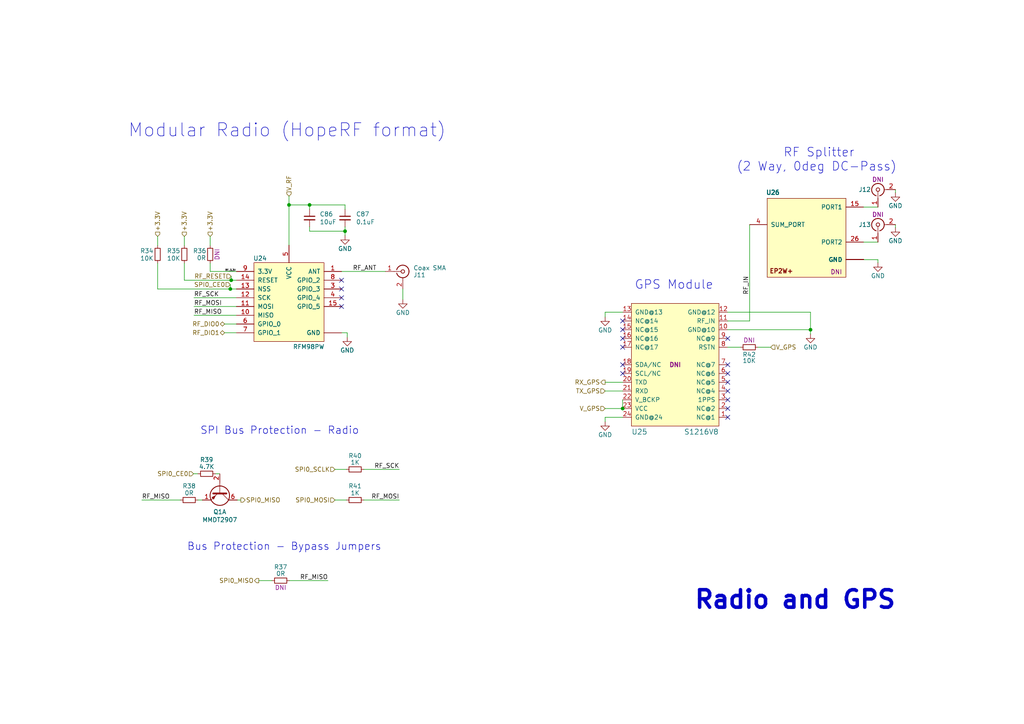
<source format=kicad_sch>
(kicad_sch
	(version 20231120)
	(generator "eeschema")
	(generator_version "8.0")
	(uuid "5ae89c83-dfe4-4e54-be5f-62d28d4a680d")
	(paper "A4")
	(title_block
		(title "PiCubed Mainboard")
		(date "2024-02-27")
		(rev "01")
		(company "RExLab Carnegie Mellon University")
		(comment 1 "Neil Khera")
	)
	(lib_symbols
		(symbol "Connector:Conn_Coaxial"
			(pin_names
				(offset 1.016) hide)
			(exclude_from_sim no)
			(in_bom yes)
			(on_board yes)
			(property "Reference" "J"
				(at 0.254 3.048 0)
				(effects
					(font
						(size 1.27 1.27)
					)
				)
			)
			(property "Value" "Conn_Coaxial"
				(at 2.921 0 90)
				(effects
					(font
						(size 1.27 1.27)
					)
				)
			)
			(property "Footprint" ""
				(at 0 0 0)
				(effects
					(font
						(size 1.27 1.27)
					)
					(hide yes)
				)
			)
			(property "Datasheet" " ~"
				(at 0 0 0)
				(effects
					(font
						(size 1.27 1.27)
					)
					(hide yes)
				)
			)
			(property "Description" "coaxial connector (BNC, SMA, SMB, SMC, Cinch/RCA, LEMO, ...)"
				(at 0 0 0)
				(effects
					(font
						(size 1.27 1.27)
					)
					(hide yes)
				)
			)
			(property "ki_keywords" "BNC SMA SMB SMC LEMO coaxial connector CINCH RCA MCX MMCX U.FL UMRF"
				(at 0 0 0)
				(effects
					(font
						(size 1.27 1.27)
					)
					(hide yes)
				)
			)
			(property "ki_fp_filters" "*BNC* *SMA* *SMB* *SMC* *Cinch* *LEMO* *UMRF* *MCX* *U.FL*"
				(at 0 0 0)
				(effects
					(font
						(size 1.27 1.27)
					)
					(hide yes)
				)
			)
			(symbol "Conn_Coaxial_0_1"
				(arc
					(start -1.778 -0.508)
					(mid 0.2311 -1.8066)
					(end 1.778 0)
					(stroke
						(width 0.254)
						(type default)
					)
					(fill
						(type none)
					)
				)
				(polyline
					(pts
						(xy -2.54 0) (xy -0.508 0)
					)
					(stroke
						(width 0)
						(type default)
					)
					(fill
						(type none)
					)
				)
				(polyline
					(pts
						(xy 0 -2.54) (xy 0 -1.778)
					)
					(stroke
						(width 0)
						(type default)
					)
					(fill
						(type none)
					)
				)
				(circle
					(center 0 0)
					(radius 0.508)
					(stroke
						(width 0.2032)
						(type default)
					)
					(fill
						(type none)
					)
				)
				(arc
					(start 1.778 0)
					(mid 0.2099 1.8101)
					(end -1.778 0.508)
					(stroke
						(width 0.254)
						(type default)
					)
					(fill
						(type none)
					)
				)
			)
			(symbol "Conn_Coaxial_1_1"
				(pin passive line
					(at -5.08 0 0)
					(length 2.54)
					(name "In"
						(effects
							(font
								(size 1.27 1.27)
							)
						)
					)
					(number "1"
						(effects
							(font
								(size 1.27 1.27)
							)
						)
					)
				)
				(pin passive line
					(at 0 -5.08 90)
					(length 2.54)
					(name "Ext"
						(effects
							(font
								(size 1.27 1.27)
							)
						)
					)
					(number "2"
						(effects
							(font
								(size 1.27 1.27)
							)
						)
					)
				)
			)
		)
		(symbol "Device:C_Small"
			(pin_numbers hide)
			(pin_names
				(offset 0.254) hide)
			(exclude_from_sim no)
			(in_bom yes)
			(on_board yes)
			(property "Reference" "C"
				(at 0.254 1.778 0)
				(effects
					(font
						(size 1.27 1.27)
					)
					(justify left)
				)
			)
			(property "Value" "C_Small"
				(at 0.254 -2.032 0)
				(effects
					(font
						(size 1.27 1.27)
					)
					(justify left)
				)
			)
			(property "Footprint" ""
				(at 0 0 0)
				(effects
					(font
						(size 1.27 1.27)
					)
					(hide yes)
				)
			)
			(property "Datasheet" "~"
				(at 0 0 0)
				(effects
					(font
						(size 1.27 1.27)
					)
					(hide yes)
				)
			)
			(property "Description" "Unpolarized capacitor, small symbol"
				(at 0 0 0)
				(effects
					(font
						(size 1.27 1.27)
					)
					(hide yes)
				)
			)
			(property "ki_keywords" "capacitor cap"
				(at 0 0 0)
				(effects
					(font
						(size 1.27 1.27)
					)
					(hide yes)
				)
			)
			(property "ki_fp_filters" "C_*"
				(at 0 0 0)
				(effects
					(font
						(size 1.27 1.27)
					)
					(hide yes)
				)
			)
			(symbol "C_Small_0_1"
				(polyline
					(pts
						(xy -1.524 -0.508) (xy 1.524 -0.508)
					)
					(stroke
						(width 0.3302)
						(type default)
					)
					(fill
						(type none)
					)
				)
				(polyline
					(pts
						(xy -1.524 0.508) (xy 1.524 0.508)
					)
					(stroke
						(width 0.3048)
						(type default)
					)
					(fill
						(type none)
					)
				)
			)
			(symbol "C_Small_1_1"
				(pin passive line
					(at 0 2.54 270)
					(length 2.032)
					(name "~"
						(effects
							(font
								(size 1.27 1.27)
							)
						)
					)
					(number "1"
						(effects
							(font
								(size 1.27 1.27)
							)
						)
					)
				)
				(pin passive line
					(at 0 -2.54 90)
					(length 2.032)
					(name "~"
						(effects
							(font
								(size 1.27 1.27)
							)
						)
					)
					(number "2"
						(effects
							(font
								(size 1.27 1.27)
							)
						)
					)
				)
			)
		)
		(symbol "Device:R_Small"
			(pin_numbers hide)
			(pin_names
				(offset 0.254) hide)
			(exclude_from_sim no)
			(in_bom yes)
			(on_board yes)
			(property "Reference" "R"
				(at 0.762 0.508 0)
				(effects
					(font
						(size 1.27 1.27)
					)
					(justify left)
				)
			)
			(property "Value" "R_Small"
				(at 0.762 -1.016 0)
				(effects
					(font
						(size 1.27 1.27)
					)
					(justify left)
				)
			)
			(property "Footprint" ""
				(at 0 0 0)
				(effects
					(font
						(size 1.27 1.27)
					)
					(hide yes)
				)
			)
			(property "Datasheet" "~"
				(at 0 0 0)
				(effects
					(font
						(size 1.27 1.27)
					)
					(hide yes)
				)
			)
			(property "Description" "Resistor, small symbol"
				(at 0 0 0)
				(effects
					(font
						(size 1.27 1.27)
					)
					(hide yes)
				)
			)
			(property "ki_keywords" "R resistor"
				(at 0 0 0)
				(effects
					(font
						(size 1.27 1.27)
					)
					(hide yes)
				)
			)
			(property "ki_fp_filters" "R_*"
				(at 0 0 0)
				(effects
					(font
						(size 1.27 1.27)
					)
					(hide yes)
				)
			)
			(symbol "R_Small_0_1"
				(rectangle
					(start -0.762 1.778)
					(end 0.762 -1.778)
					(stroke
						(width 0.2032)
						(type default)
					)
					(fill
						(type none)
					)
				)
			)
			(symbol "R_Small_1_1"
				(pin passive line
					(at 0 2.54 270)
					(length 0.762)
					(name "~"
						(effects
							(font
								(size 1.27 1.27)
							)
						)
					)
					(number "1"
						(effects
							(font
								(size 1.27 1.27)
							)
						)
					)
				)
				(pin passive line
					(at 0 -2.54 90)
					(length 0.762)
					(name "~"
						(effects
							(font
								(size 1.27 1.27)
							)
						)
					)
					(number "2"
						(effects
							(font
								(size 1.27 1.27)
							)
						)
					)
				)
			)
		)
		(symbol "Mainboard:Connector_Conn_Coaxial"
			(pin_names
				(offset 1.016) hide)
			(exclude_from_sim no)
			(in_bom yes)
			(on_board yes)
			(property "Reference" "J"
				(at 0.254 3.048 0)
				(effects
					(font
						(size 1.27 1.27)
					)
				)
			)
			(property "Value" "Connector_Conn_Coaxial"
				(at 2.921 0 90)
				(effects
					(font
						(size 1.27 1.27)
					)
				)
			)
			(property "Footprint" ""
				(at 0 0 0)
				(effects
					(font
						(size 1.27 1.27)
					)
					(hide yes)
				)
			)
			(property "Datasheet" ""
				(at 0 0 0)
				(effects
					(font
						(size 1.27 1.27)
					)
					(hide yes)
				)
			)
			(property "Description" ""
				(at 0 0 0)
				(effects
					(font
						(size 1.27 1.27)
					)
					(hide yes)
				)
			)
			(property "ki_fp_filters" "*BNC* *SMA* *SMB* *SMC* *Cinch*"
				(at 0 0 0)
				(effects
					(font
						(size 1.27 1.27)
					)
					(hide yes)
				)
			)
			(symbol "Connector_Conn_Coaxial_0_1"
				(arc
					(start -1.778 -0.508)
					(mid 0.2311 -1.8066)
					(end 1.778 0)
					(stroke
						(width 0.254)
						(type solid)
					)
					(fill
						(type none)
					)
				)
				(polyline
					(pts
						(xy -2.54 0) (xy -0.508 0)
					)
					(stroke
						(width 0)
						(type solid)
					)
					(fill
						(type none)
					)
				)
				(polyline
					(pts
						(xy 0 -2.54) (xy 0 -1.778)
					)
					(stroke
						(width 0)
						(type solid)
					)
					(fill
						(type none)
					)
				)
				(circle
					(center 0 0)
					(radius 0.508)
					(stroke
						(width 0.2032)
						(type solid)
					)
					(fill
						(type none)
					)
				)
				(arc
					(start 1.778 0)
					(mid 0.2099 1.8101)
					(end -1.778 0.508)
					(stroke
						(width 0.254)
						(type solid)
					)
					(fill
						(type none)
					)
				)
			)
			(symbol "Connector_Conn_Coaxial_1_1"
				(pin passive line
					(at -5.08 0 0)
					(length 2.54)
					(name "In"
						(effects
							(font
								(size 1.27 1.27)
							)
						)
					)
					(number "1"
						(effects
							(font
								(size 1.27 1.27)
							)
						)
					)
				)
				(pin passive line
					(at 0 -5.08 90)
					(length 2.54)
					(name "Ext"
						(effects
							(font
								(size 1.27 1.27)
							)
						)
					)
					(number "2"
						(effects
							(font
								(size 1.27 1.27)
							)
						)
					)
				)
			)
		)
		(symbol "PiCubed:RFM98PW"
			(pin_names
				(offset 1.016)
			)
			(exclude_from_sim no)
			(in_bom yes)
			(on_board yes)
			(property "Reference" "U24"
				(at 2.54 -15.24 0)
				(effects
					(font
						(size 1.4986 1.4986)
					)
				)
			)
			(property "Value" "RFM98PW"
				(at 2.54 -11.43 0)
				(effects
					(font
						(size 1.27 1.27)
					)
					(hide yes)
				)
			)
			(property "Footprint" "RF_Module_HOPERF:RFM95PW"
				(at 2.54 -13.97 0)
				(effects
					(font
						(size 1.27 1.27)
					)
					(hide yes)
				)
			)
			(property "Datasheet" ""
				(at 0 0 0)
				(effects
					(font
						(size 1.27 1.27)
					)
					(hide yes)
				)
			)
			(property "Description" ""
				(at 0 0 0)
				(effects
					(font
						(size 1.27 1.27)
					)
					(hide yes)
				)
			)
			(symbol "RFM98PW_0_0"
				(pin bidirectional line
					(at 17.78 -10.16 180)
					(length 5.08) hide
					(name "GND"
						(effects
							(font
								(size 1.27 1.27)
							)
						)
					)
					(number "17"
						(effects
							(font
								(size 1.27 1.27)
							)
						)
					)
				)
				(pin bidirectional line
					(at 2.54 15.24 270)
					(length 5.08)
					(name "VCC"
						(effects
							(font
								(size 1.27 1.27)
							)
						)
					)
					(number "5"
						(effects
							(font
								(size 1.27 1.27)
							)
						)
					)
				)
			)
			(symbol "RFM98PW_1_0"
				(pin bidirectional line
					(at 17.78 7.62 180)
					(length 5.08)
					(name "ANT"
						(effects
							(font
								(size 1.27 1.27)
							)
						)
					)
					(number "1"
						(effects
							(font
								(size 1.27 1.27)
							)
						)
					)
				)
				(pin bidirectional line
					(at -12.7 -5.08 0)
					(length 5.08)
					(name "MISO"
						(effects
							(font
								(size 1.27 1.27)
							)
						)
					)
					(number "10"
						(effects
							(font
								(size 1.27 1.27)
							)
						)
					)
				)
				(pin bidirectional line
					(at -12.7 -2.54 0)
					(length 5.08)
					(name "MOSI"
						(effects
							(font
								(size 1.27 1.27)
							)
						)
					)
					(number "11"
						(effects
							(font
								(size 1.27 1.27)
							)
						)
					)
				)
				(pin bidirectional line
					(at -12.7 0 0)
					(length 5.08)
					(name "SCK"
						(effects
							(font
								(size 1.27 1.27)
							)
						)
					)
					(number "12"
						(effects
							(font
								(size 1.27 1.27)
							)
						)
					)
				)
				(pin bidirectional line
					(at -12.7 2.54 0)
					(length 5.08)
					(name "NSS"
						(effects
							(font
								(size 1.27 1.27)
							)
						)
					)
					(number "13"
						(effects
							(font
								(size 1.27 1.27)
							)
						)
					)
				)
				(pin bidirectional line
					(at -12.7 5.08 0)
					(length 5.08)
					(name "RESET"
						(effects
							(font
								(size 1.27 1.27)
							)
						)
					)
					(number "14"
						(effects
							(font
								(size 1.27 1.27)
							)
						)
					)
				)
				(pin bidirectional line
					(at 17.78 -2.54 180)
					(length 5.08)
					(name "GPIO_5"
						(effects
							(font
								(size 1.27 1.27)
							)
						)
					)
					(number "15"
						(effects
							(font
								(size 1.27 1.27)
							)
						)
					)
				)
				(pin bidirectional line
					(at 17.78 -10.16 180)
					(length 5.08)
					(name "GND"
						(effects
							(font
								(size 1.27 1.27)
							)
						)
					)
					(number "16"
						(effects
							(font
								(size 0 0)
							)
						)
					)
				)
				(pin bidirectional line
					(at 17.78 -10.16 180)
					(length 5.08)
					(name "GND"
						(effects
							(font
								(size 1.27 1.27)
							)
						)
					)
					(number "2"
						(effects
							(font
								(size 0 0)
							)
						)
					)
				)
				(pin bidirectional line
					(at 17.78 2.54 180)
					(length 5.08)
					(name "GPIO_3"
						(effects
							(font
								(size 1.27 1.27)
							)
						)
					)
					(number "3"
						(effects
							(font
								(size 1.27 1.27)
							)
						)
					)
				)
				(pin bidirectional line
					(at 17.78 0 180)
					(length 5.08)
					(name "GPIO_4"
						(effects
							(font
								(size 1.27 1.27)
							)
						)
					)
					(number "4"
						(effects
							(font
								(size 1.27 1.27)
							)
						)
					)
				)
				(pin bidirectional line
					(at -12.7 -7.62 0)
					(length 5.08)
					(name "GPIO_0"
						(effects
							(font
								(size 1.27 1.27)
							)
						)
					)
					(number "6"
						(effects
							(font
								(size 1.27 1.27)
							)
						)
					)
				)
				(pin bidirectional line
					(at -12.7 -10.16 0)
					(length 5.08)
					(name "GPIO_1"
						(effects
							(font
								(size 1.27 1.27)
							)
						)
					)
					(number "7"
						(effects
							(font
								(size 1.27 1.27)
							)
						)
					)
				)
				(pin bidirectional line
					(at 17.78 5.08 180)
					(length 5.08)
					(name "GPIO_2"
						(effects
							(font
								(size 1.27 1.27)
							)
						)
					)
					(number "8"
						(effects
							(font
								(size 1.27 1.27)
							)
						)
					)
				)
				(pin power_in line
					(at -12.7 7.62 0)
					(length 5.08)
					(name "3.3V"
						(effects
							(font
								(size 1.27 1.27)
							)
						)
					)
					(number "9"
						(effects
							(font
								(size 1.27 1.27)
							)
						)
					)
				)
			)
			(symbol "RFM98PW_1_1"
				(rectangle
					(start -7.62 10.16)
					(end 12.7 -12.7)
					(stroke
						(width 0)
						(type default)
					)
					(fill
						(type background)
					)
				)
			)
		)
		(symbol "PiCubed:S1216V8"
			(pin_names
				(offset 1.016)
			)
			(exclude_from_sim no)
			(in_bom yes)
			(on_board yes)
			(property "Reference" "U25"
				(at -12.7 -20.32 0)
				(effects
					(font
						(size 1.4986 1.4986)
					)
					(justify left bottom)
				)
			)
			(property "Value" "S1216V8"
				(at 2.54 -20.32 0)
				(effects
					(font
						(size 1.4986 1.4986)
					)
					(justify left bottom)
				)
			)
			(property "Footprint" "mainboard:S1216_24PIN_PACKAGE"
				(at 0 -22.352 0)
				(effects
					(font
						(size 1.27 1.27)
					)
					(hide yes)
				)
			)
			(property "Datasheet" ""
				(at 0 0 0)
				(effects
					(font
						(size 1.27 1.27)
					)
					(hide yes)
				)
			)
			(property "Description" ""
				(at 0 0 0)
				(effects
					(font
						(size 1.27 1.27)
					)
					(hide yes)
				)
			)
			(symbol "S1216V8_1_0"
				(pin bidirectional line
					(at 15.24 -15.24 180)
					(length 2.54)
					(name "NC@1"
						(effects
							(font
								(size 1.27 1.27)
							)
						)
					)
					(number "1"
						(effects
							(font
								(size 1.27 1.27)
							)
						)
					)
				)
				(pin bidirectional line
					(at 15.24 10.16 180)
					(length 2.54)
					(name "GND@10"
						(effects
							(font
								(size 1.27 1.27)
							)
						)
					)
					(number "10"
						(effects
							(font
								(size 1.27 1.27)
							)
						)
					)
				)
				(pin bidirectional line
					(at 15.24 12.7 180)
					(length 2.54)
					(name "RF_IN"
						(effects
							(font
								(size 1.27 1.27)
							)
						)
					)
					(number "11"
						(effects
							(font
								(size 1.27 1.27)
							)
						)
					)
				)
				(pin bidirectional line
					(at 15.24 15.24 180)
					(length 2.54)
					(name "GND@12"
						(effects
							(font
								(size 1.27 1.27)
							)
						)
					)
					(number "12"
						(effects
							(font
								(size 1.27 1.27)
							)
						)
					)
				)
				(pin bidirectional line
					(at -15.24 15.24 0)
					(length 2.54)
					(name "GND@13"
						(effects
							(font
								(size 1.27 1.27)
							)
						)
					)
					(number "13"
						(effects
							(font
								(size 1.27 1.27)
							)
						)
					)
				)
				(pin bidirectional line
					(at -15.24 12.7 0)
					(length 2.54)
					(name "NC@14"
						(effects
							(font
								(size 1.27 1.27)
							)
						)
					)
					(number "14"
						(effects
							(font
								(size 1.27 1.27)
							)
						)
					)
				)
				(pin bidirectional line
					(at -15.24 10.16 0)
					(length 2.54)
					(name "NC@15"
						(effects
							(font
								(size 1.27 1.27)
							)
						)
					)
					(number "15"
						(effects
							(font
								(size 1.27 1.27)
							)
						)
					)
				)
				(pin bidirectional line
					(at -15.24 7.62 0)
					(length 2.54)
					(name "NC@16"
						(effects
							(font
								(size 1.27 1.27)
							)
						)
					)
					(number "16"
						(effects
							(font
								(size 1.27 1.27)
							)
						)
					)
				)
				(pin bidirectional line
					(at -15.24 5.08 0)
					(length 2.54)
					(name "NC@17"
						(effects
							(font
								(size 1.27 1.27)
							)
						)
					)
					(number "17"
						(effects
							(font
								(size 1.27 1.27)
							)
						)
					)
				)
				(pin bidirectional line
					(at -15.24 0 0)
					(length 2.54)
					(name "SDA/NC"
						(effects
							(font
								(size 1.27 1.27)
							)
						)
					)
					(number "18"
						(effects
							(font
								(size 1.27 1.27)
							)
						)
					)
				)
				(pin bidirectional line
					(at -15.24 -2.54 0)
					(length 2.54)
					(name "SCL/NC"
						(effects
							(font
								(size 1.27 1.27)
							)
						)
					)
					(number "19"
						(effects
							(font
								(size 1.27 1.27)
							)
						)
					)
				)
				(pin bidirectional line
					(at 15.24 -12.7 180)
					(length 2.54)
					(name "NC@2"
						(effects
							(font
								(size 1.27 1.27)
							)
						)
					)
					(number "2"
						(effects
							(font
								(size 1.27 1.27)
							)
						)
					)
				)
				(pin bidirectional line
					(at -15.24 -5.08 0)
					(length 2.54)
					(name "TXD"
						(effects
							(font
								(size 1.27 1.27)
							)
						)
					)
					(number "20"
						(effects
							(font
								(size 1.27 1.27)
							)
						)
					)
				)
				(pin bidirectional line
					(at -15.24 -7.62 0)
					(length 2.54)
					(name "RXD"
						(effects
							(font
								(size 1.27 1.27)
							)
						)
					)
					(number "21"
						(effects
							(font
								(size 1.27 1.27)
							)
						)
					)
				)
				(pin bidirectional line
					(at -15.24 -10.16 0)
					(length 2.54)
					(name "V_BCKP"
						(effects
							(font
								(size 1.27 1.27)
							)
						)
					)
					(number "22"
						(effects
							(font
								(size 1.27 1.27)
							)
						)
					)
				)
				(pin bidirectional line
					(at -15.24 -12.7 0)
					(length 2.54)
					(name "VCC"
						(effects
							(font
								(size 1.27 1.27)
							)
						)
					)
					(number "23"
						(effects
							(font
								(size 1.27 1.27)
							)
						)
					)
				)
				(pin bidirectional line
					(at -15.24 -15.24 0)
					(length 2.54)
					(name "GND@24"
						(effects
							(font
								(size 1.27 1.27)
							)
						)
					)
					(number "24"
						(effects
							(font
								(size 1.27 1.27)
							)
						)
					)
				)
				(pin bidirectional line
					(at 15.24 -10.16 180)
					(length 2.54)
					(name "1PPS"
						(effects
							(font
								(size 1.27 1.27)
							)
						)
					)
					(number "3"
						(effects
							(font
								(size 1.27 1.27)
							)
						)
					)
				)
				(pin bidirectional line
					(at 15.24 -7.62 180)
					(length 2.54)
					(name "NC@4"
						(effects
							(font
								(size 1.27 1.27)
							)
						)
					)
					(number "4"
						(effects
							(font
								(size 1.27 1.27)
							)
						)
					)
				)
				(pin bidirectional line
					(at 15.24 -5.08 180)
					(length 2.54)
					(name "NC@5"
						(effects
							(font
								(size 1.27 1.27)
							)
						)
					)
					(number "5"
						(effects
							(font
								(size 1.27 1.27)
							)
						)
					)
				)
				(pin bidirectional line
					(at 15.24 -2.54 180)
					(length 2.54)
					(name "NC@6"
						(effects
							(font
								(size 1.27 1.27)
							)
						)
					)
					(number "6"
						(effects
							(font
								(size 1.27 1.27)
							)
						)
					)
				)
				(pin bidirectional line
					(at 15.24 0 180)
					(length 2.54)
					(name "NC@7"
						(effects
							(font
								(size 1.27 1.27)
							)
						)
					)
					(number "7"
						(effects
							(font
								(size 1.27 1.27)
							)
						)
					)
				)
				(pin bidirectional line
					(at 15.24 5.08 180)
					(length 2.54)
					(name "RSTN"
						(effects
							(font
								(size 1.27 1.27)
							)
						)
					)
					(number "8"
						(effects
							(font
								(size 1.27 1.27)
							)
						)
					)
				)
				(pin bidirectional line
					(at 15.24 7.62 180)
					(length 2.54)
					(name "NC@9"
						(effects
							(font
								(size 1.27 1.27)
							)
						)
					)
					(number "9"
						(effects
							(font
								(size 1.27 1.27)
							)
						)
					)
				)
			)
			(symbol "S1216V8_1_1"
				(rectangle
					(start -12.7 17.78)
					(end 12.7 -17.78)
					(stroke
						(width 0)
						(type default)
					)
					(fill
						(type background)
					)
				)
			)
		)
		(symbol "mainboard:EP2W+"
			(pin_names
				(offset 1.016)
			)
			(exclude_from_sim no)
			(in_bom yes)
			(on_board yes)
			(property "Reference" "U26"
				(at -8.89 10.16 0)
				(effects
					(font
						(size 1.27 1.27)
						(bold yes)
					)
					(justify right top)
				)
			)
			(property "Value" "EP2W+"
				(at 0 -22.098 0)
				(effects
					(font
						(size 1.27 1.27)
					)
					(hide yes)
				)
			)
			(property "Footprint" "mainboard:QFN32-5X5MM"
				(at 0 -19.558 0)
				(effects
					(font
						(size 1.27 1.27)
					)
					(hide yes)
				)
			)
			(property "Datasheet" "https://www.minicircuits.com/pdfs/EP2W+.pdf"
				(at 0 -17.018 0)
				(effects
					(font
						(size 1.27 1.27)
					)
					(hide yes)
				)
			)
			(property "Description" ""
				(at 0 0 0)
				(effects
					(font
						(size 1.27 1.27)
					)
					(hide yes)
				)
			)
			(symbol "EP2W+_1_0"
				(text "EP2W+"
					(at -5.08 -12.7 0)
					(effects
						(font
							(size 1.27 1.27)
							(bold yes)
						)
						(justify right top)
					)
				)
				(pin bidirectional line
					(at 15.24 -10.16 180)
					(length 5.08)
					(name "GND"
						(effects
							(font
								(size 1.27 1.27)
							)
						)
					)
					(number "1"
						(effects
							(font
								(size 0 0)
							)
						)
					)
				)
				(pin bidirectional line
					(at 15.24 -10.16 180)
					(length 5.08)
					(name "GND"
						(effects
							(font
								(size 1.27 1.27)
							)
						)
					)
					(number "10"
						(effects
							(font
								(size 0 0)
							)
						)
					)
				)
				(pin bidirectional line
					(at 15.24 -10.16 180)
					(length 5.08)
					(name "GND"
						(effects
							(font
								(size 1.27 1.27)
							)
						)
					)
					(number "11"
						(effects
							(font
								(size 0 0)
							)
						)
					)
				)
				(pin bidirectional line
					(at 15.24 -10.16 180)
					(length 5.08)
					(name "GND"
						(effects
							(font
								(size 1.27 1.27)
							)
						)
					)
					(number "12"
						(effects
							(font
								(size 0 0)
							)
						)
					)
				)
				(pin bidirectional line
					(at 15.24 -10.16 180)
					(length 5.08)
					(name "GND"
						(effects
							(font
								(size 1.27 1.27)
							)
						)
					)
					(number "13"
						(effects
							(font
								(size 0 0)
							)
						)
					)
				)
				(pin bidirectional line
					(at 15.24 -10.16 180)
					(length 5.08)
					(name "GND"
						(effects
							(font
								(size 1.27 1.27)
							)
						)
					)
					(number "14"
						(effects
							(font
								(size 0 0)
							)
						)
					)
				)
				(pin bidirectional line
					(at 15.24 5.08 180)
					(length 5.08)
					(name "PORT1"
						(effects
							(font
								(size 1.27 1.27)
							)
						)
					)
					(number "15"
						(effects
							(font
								(size 1.27 1.27)
							)
						)
					)
				)
				(pin bidirectional line
					(at 15.24 -10.16 180)
					(length 5.08)
					(name "GND"
						(effects
							(font
								(size 1.27 1.27)
							)
						)
					)
					(number "16"
						(effects
							(font
								(size 0 0)
							)
						)
					)
				)
				(pin bidirectional line
					(at 15.24 -10.16 180)
					(length 5.08)
					(name "GND"
						(effects
							(font
								(size 1.27 1.27)
							)
						)
					)
					(number "17"
						(effects
							(font
								(size 0 0)
							)
						)
					)
				)
				(pin bidirectional line
					(at 15.24 -10.16 180)
					(length 5.08)
					(name "GND"
						(effects
							(font
								(size 1.27 1.27)
							)
						)
					)
					(number "18"
						(effects
							(font
								(size 0 0)
							)
						)
					)
				)
				(pin bidirectional line
					(at 15.24 -10.16 180)
					(length 5.08)
					(name "GND"
						(effects
							(font
								(size 1.27 1.27)
							)
						)
					)
					(number "19"
						(effects
							(font
								(size 0 0)
							)
						)
					)
				)
				(pin bidirectional line
					(at 15.24 -10.16 180)
					(length 5.08)
					(name "GND"
						(effects
							(font
								(size 1.27 1.27)
							)
						)
					)
					(number "2"
						(effects
							(font
								(size 0 0)
							)
						)
					)
				)
				(pin bidirectional line
					(at 15.24 -10.16 180)
					(length 5.08)
					(name "GND"
						(effects
							(font
								(size 1.27 1.27)
							)
						)
					)
					(number "20"
						(effects
							(font
								(size 0 0)
							)
						)
					)
				)
				(pin bidirectional line
					(at 15.24 -10.16 180)
					(length 5.08)
					(name "GND"
						(effects
							(font
								(size 1.27 1.27)
							)
						)
					)
					(number "21"
						(effects
							(font
								(size 0 0)
							)
						)
					)
				)
				(pin bidirectional line
					(at 15.24 -10.16 180)
					(length 5.08)
					(name "GND"
						(effects
							(font
								(size 1.27 1.27)
							)
						)
					)
					(number "22"
						(effects
							(font
								(size 0 0)
							)
						)
					)
				)
				(pin bidirectional line
					(at 15.24 -10.16 180)
					(length 5.08)
					(name "GND"
						(effects
							(font
								(size 1.27 1.27)
							)
						)
					)
					(number "23"
						(effects
							(font
								(size 0 0)
							)
						)
					)
				)
				(pin bidirectional line
					(at 15.24 -10.16 180)
					(length 5.08)
					(name "GND"
						(effects
							(font
								(size 1.27 1.27)
							)
						)
					)
					(number "24"
						(effects
							(font
								(size 0 0)
							)
						)
					)
				)
				(pin bidirectional line
					(at 15.24 -10.16 180)
					(length 5.08)
					(name "GND"
						(effects
							(font
								(size 1.27 1.27)
							)
						)
					)
					(number "25"
						(effects
							(font
								(size 0 0)
							)
						)
					)
				)
				(pin bidirectional line
					(at 15.24 -5.08 180)
					(length 5.08)
					(name "PORT2"
						(effects
							(font
								(size 1.27 1.27)
							)
						)
					)
					(number "26"
						(effects
							(font
								(size 1.27 1.27)
							)
						)
					)
				)
				(pin bidirectional line
					(at 15.24 -10.16 180)
					(length 5.08)
					(name "GND"
						(effects
							(font
								(size 1.27 1.27)
							)
						)
					)
					(number "27"
						(effects
							(font
								(size 0 0)
							)
						)
					)
				)
				(pin bidirectional line
					(at 15.24 -10.16 180)
					(length 5.08)
					(name "GND"
						(effects
							(font
								(size 1.27 1.27)
							)
						)
					)
					(number "28"
						(effects
							(font
								(size 0 0)
							)
						)
					)
				)
				(pin bidirectional line
					(at 15.24 -10.16 180)
					(length 5.08)
					(name "GND"
						(effects
							(font
								(size 1.27 1.27)
							)
						)
					)
					(number "29"
						(effects
							(font
								(size 0 0)
							)
						)
					)
				)
				(pin bidirectional line
					(at 15.24 -10.16 180)
					(length 5.08)
					(name "GND"
						(effects
							(font
								(size 1.27 1.27)
							)
						)
					)
					(number "3"
						(effects
							(font
								(size 0 0)
							)
						)
					)
				)
				(pin bidirectional line
					(at 15.24 -10.16 180)
					(length 5.08)
					(name "GND"
						(effects
							(font
								(size 1.27 1.27)
							)
						)
					)
					(number "30"
						(effects
							(font
								(size 0 0)
							)
						)
					)
				)
				(pin bidirectional line
					(at 15.24 -10.16 180)
					(length 5.08)
					(name "GND"
						(effects
							(font
								(size 1.27 1.27)
							)
						)
					)
					(number "31"
						(effects
							(font
								(size 0 0)
							)
						)
					)
				)
				(pin bidirectional line
					(at 15.24 -10.16 180)
					(length 5.08)
					(name "GND"
						(effects
							(font
								(size 1.27 1.27)
							)
						)
					)
					(number "32"
						(effects
							(font
								(size 0 0)
							)
						)
					)
				)
				(pin bidirectional line
					(at -17.78 0 0)
					(length 5.08)
					(name "SUM_PORT"
						(effects
							(font
								(size 1.27 1.27)
							)
						)
					)
					(number "4"
						(effects
							(font
								(size 1.27 1.27)
							)
						)
					)
				)
				(pin bidirectional line
					(at 15.24 -10.16 180)
					(length 5.08)
					(name "GND"
						(effects
							(font
								(size 1.27 1.27)
							)
						)
					)
					(number "5"
						(effects
							(font
								(size 0 0)
							)
						)
					)
				)
				(pin bidirectional line
					(at 15.24 -10.16 180)
					(length 5.08)
					(name "GND"
						(effects
							(font
								(size 1.27 1.27)
							)
						)
					)
					(number "6"
						(effects
							(font
								(size 0 0)
							)
						)
					)
				)
				(pin bidirectional line
					(at 15.24 -10.16 180)
					(length 5.08)
					(name "GND"
						(effects
							(font
								(size 1.27 1.27)
							)
						)
					)
					(number "7"
						(effects
							(font
								(size 0 0)
							)
						)
					)
				)
				(pin bidirectional line
					(at 15.24 -10.16 180)
					(length 5.08)
					(name "GND"
						(effects
							(font
								(size 1.27 1.27)
							)
						)
					)
					(number "8"
						(effects
							(font
								(size 0 0)
							)
						)
					)
				)
				(pin bidirectional line
					(at 15.24 -10.16 180)
					(length 5.08)
					(name "GND"
						(effects
							(font
								(size 1.27 1.27)
							)
						)
					)
					(number "9"
						(effects
							(font
								(size 0 0)
							)
						)
					)
				)
				(pin bidirectional line
					(at 15.24 -10.16 180)
					(length 5.08)
					(name "GND"
						(effects
							(font
								(size 1.27 1.27)
							)
						)
					)
					(number "EP"
						(effects
							(font
								(size 0 0)
							)
						)
					)
				)
			)
			(symbol "EP2W+_1_1"
				(rectangle
					(start -12.7 7.62)
					(end 10.16 -15.24)
					(stroke
						(width 0)
						(type default)
					)
					(fill
						(type background)
					)
				)
			)
		)
		(symbol "mainboard:MMDT2907"
			(pin_names
				(offset 0) hide)
			(exclude_from_sim no)
			(in_bom yes)
			(on_board yes)
			(property "Reference" "Q"
				(at 5.08 1.27 0)
				(effects
					(font
						(size 1.27 1.27)
					)
					(justify left)
				)
			)
			(property "Value" "MMDT2907"
				(at 5.08 -1.27 0)
				(effects
					(font
						(size 1.27 1.27)
					)
					(justify left)
				)
			)
			(property "Footprint" "Package_TO_SOT_SMD:SOT-363_SC-70-6"
				(at 5.08 2.54 0)
				(effects
					(font
						(size 1.27 1.27)
					)
					(hide yes)
				)
			)
			(property "Datasheet" "https://www.diodes.com/assets/Datasheets/MMDT2907AQ.pdf"
				(at 0 0 0)
				(effects
					(font
						(size 1.27 1.27)
					)
					(hide yes)
				)
			)
			(property "Description" "600mA IC, 60V Vce, Dual PNP/PNP Transistors, SOT-363"
				(at 0 0 0)
				(effects
					(font
						(size 1.27 1.27)
					)
					(hide yes)
				)
			)
			(property "ki_locked" ""
				(at 0 0 0)
				(effects
					(font
						(size 1.27 1.27)
					)
				)
			)
			(property "ki_keywords" "PNP/PNP Transistor"
				(at 0 0 0)
				(effects
					(font
						(size 1.27 1.27)
					)
					(hide yes)
				)
			)
			(property "ki_fp_filters" "SOT?363*"
				(at 0 0 0)
				(effects
					(font
						(size 1.27 1.27)
					)
					(hide yes)
				)
			)
			(symbol "MMDT2907_0_1"
				(polyline
					(pts
						(xy 0.635 0) (xy -2.54 0)
					)
					(stroke
						(width 0)
						(type solid)
					)
					(fill
						(type none)
					)
				)
				(polyline
					(pts
						(xy 0.635 0.635) (xy 2.54 2.54)
					)
					(stroke
						(width 0)
						(type solid)
					)
					(fill
						(type none)
					)
				)
				(polyline
					(pts
						(xy 0.635 -0.635) (xy 2.54 -2.54) (xy 2.54 -2.54)
					)
					(stroke
						(width 0)
						(type solid)
					)
					(fill
						(type none)
					)
				)
				(polyline
					(pts
						(xy 0.635 1.905) (xy 0.635 -1.905) (xy 0.635 -1.905)
					)
					(stroke
						(width 0.508)
						(type solid)
					)
					(fill
						(type none)
					)
				)
				(polyline
					(pts
						(xy 2.286 -1.778) (xy 1.778 -2.286) (xy 1.27 -1.27) (xy 2.286 -1.778) (xy 2.286 -1.778)
					)
					(stroke
						(width 0)
						(type solid)
					)
					(fill
						(type outline)
					)
				)
				(circle
					(center 1.27 0)
					(radius 2.8194)
					(stroke
						(width 0.254)
						(type solid)
					)
					(fill
						(type none)
					)
				)
			)
			(symbol "MMDT2907_1_1"
				(pin passive line
					(at 2.54 -5.08 90)
					(length 2.54)
					(name "E1"
						(effects
							(font
								(size 1.27 1.27)
							)
						)
					)
					(number "1"
						(effects
							(font
								(size 1.27 1.27)
							)
						)
					)
				)
				(pin input line
					(at -5.08 0 0)
					(length 2.54)
					(name "B1"
						(effects
							(font
								(size 1.27 1.27)
							)
						)
					)
					(number "2"
						(effects
							(font
								(size 1.27 1.27)
							)
						)
					)
				)
				(pin passive line
					(at 2.54 5.08 270)
					(length 2.54)
					(name "C1"
						(effects
							(font
								(size 1.27 1.27)
							)
						)
					)
					(number "6"
						(effects
							(font
								(size 1.27 1.27)
							)
						)
					)
				)
			)
			(symbol "MMDT2907_2_1"
				(pin passive line
					(at 2.54 5.08 270)
					(length 2.54)
					(name "C2"
						(effects
							(font
								(size 1.27 1.27)
							)
						)
					)
					(number "3"
						(effects
							(font
								(size 1.27 1.27)
							)
						)
					)
				)
				(pin passive line
					(at 2.54 -5.08 90)
					(length 2.54)
					(name "E2"
						(effects
							(font
								(size 1.27 1.27)
							)
						)
					)
					(number "4"
						(effects
							(font
								(size 1.27 1.27)
							)
						)
					)
				)
				(pin input line
					(at -5.08 0 0)
					(length 2.54)
					(name "B2"
						(effects
							(font
								(size 1.27 1.27)
							)
						)
					)
					(number "5"
						(effects
							(font
								(size 1.27 1.27)
							)
						)
					)
				)
			)
		)
		(symbol "power:GND"
			(power)
			(pin_names
				(offset 0)
			)
			(exclude_from_sim no)
			(in_bom yes)
			(on_board yes)
			(property "Reference" "#PWR"
				(at 0 -6.35 0)
				(effects
					(font
						(size 1.27 1.27)
					)
					(hide yes)
				)
			)
			(property "Value" "GND"
				(at 0 -3.81 0)
				(effects
					(font
						(size 1.27 1.27)
					)
				)
			)
			(property "Footprint" ""
				(at 0 0 0)
				(effects
					(font
						(size 1.27 1.27)
					)
					(hide yes)
				)
			)
			(property "Datasheet" ""
				(at 0 0 0)
				(effects
					(font
						(size 1.27 1.27)
					)
					(hide yes)
				)
			)
			(property "Description" "Power symbol creates a global label with name \"GND\" , ground"
				(at 0 0 0)
				(effects
					(font
						(size 1.27 1.27)
					)
					(hide yes)
				)
			)
			(property "ki_keywords" "global power"
				(at 0 0 0)
				(effects
					(font
						(size 1.27 1.27)
					)
					(hide yes)
				)
			)
			(symbol "GND_0_1"
				(polyline
					(pts
						(xy 0 0) (xy 0 -1.27) (xy 1.27 -1.27) (xy 0 -2.54) (xy -1.27 -1.27) (xy 0 -1.27)
					)
					(stroke
						(width 0)
						(type default)
					)
					(fill
						(type none)
					)
				)
			)
			(symbol "GND_1_1"
				(pin power_in line
					(at 0 0 270)
					(length 0) hide
					(name "GND"
						(effects
							(font
								(size 1.27 1.27)
							)
						)
					)
					(number "1"
						(effects
							(font
								(size 1.27 1.27)
							)
						)
					)
				)
			)
		)
	)
	(junction
		(at 67.056 81.28)
		(diameter 0)
		(color 0 0 0 0)
		(uuid "0786fb49-c461-4a61-ad4c-ed43c6427d2a")
	)
	(junction
		(at 235.077 95.631)
		(diameter 0)
		(color 0 0 0 0)
		(uuid "134a9dda-d8dd-4efd-b4d7-c18e2f3cdb00")
	)
	(junction
		(at 100.076 67.056)
		(diameter 0)
		(color 0 0 0 0)
		(uuid "440a795b-3664-40f1-92cf-ba0d44113281")
	)
	(junction
		(at 66.802 83.82)
		(diameter 0)
		(color 0 0 0 0)
		(uuid "893be26d-02e7-4012-8956-1d2024bbb52d")
	)
	(junction
		(at 180.594 118.491)
		(diameter 0)
		(color 0 0 0 0)
		(uuid "9d0bf585-232f-4282-9c4f-7ca57811dbbf")
	)
	(junction
		(at 89.789 59.436)
		(diameter 0)
		(color 0 0 0 0)
		(uuid "a3931a32-fa05-4fa0-9738-9ba7dcf40a5b")
	)
	(junction
		(at 83.82 59.436)
		(diameter 0)
		(color 0 0 0 0)
		(uuid "b3137456-9937-4304-a84a-db630c981db8")
	)
	(no_connect
		(at 99.06 83.82)
		(uuid "085f11ca-7024-4efb-87b0-5685cab41df1")
	)
	(no_connect
		(at 180.594 93.091)
		(uuid "13775542-3c39-4d12-9395-a2baa85820c9")
	)
	(no_connect
		(at 211.074 108.331)
		(uuid "19a04745-8834-4be2-95c9-73b7af2b935e")
	)
	(no_connect
		(at 180.594 108.331)
		(uuid "2936dfc2-24e5-459b-8fb5-73ea8ab11e5f")
	)
	(no_connect
		(at 99.06 81.28)
		(uuid "30ca8583-e015-468a-84c7-3abe3fd0f05e")
	)
	(no_connect
		(at 180.594 100.711)
		(uuid "36a016e7-bfb0-4526-a5a4-3b5919d94740")
	)
	(no_connect
		(at 180.594 98.171)
		(uuid "3c5abd4f-5cc0-47bf-bc5c-3830ea888895")
	)
	(no_connect
		(at 180.594 105.791)
		(uuid "41f6f6ac-ae9c-4483-87c3-9ba2a323d3ad")
	)
	(no_connect
		(at 211.074 105.791)
		(uuid "65691195-81fb-4791-a833-4063d4977370")
	)
	(no_connect
		(at 180.594 95.631)
		(uuid "69bf2b58-a3a7-4a84-86d6-c25d1595fc4b")
	)
	(no_connect
		(at 211.074 118.491)
		(uuid "6d1159f4-0781-4f42-bd09-eeb52ed7d697")
	)
	(no_connect
		(at 211.074 98.171)
		(uuid "7f11d780-91a3-4633-b809-e27d20e10624")
	)
	(no_connect
		(at 211.074 115.951)
		(uuid "9b2597c8-daba-476b-96af-ff97df517d9a")
	)
	(no_connect
		(at 211.074 121.031)
		(uuid "ac7d5db0-3ac6-4151-a3c5-ee0fa97a8416")
	)
	(no_connect
		(at 99.06 86.36)
		(uuid "ad71091e-5de5-4a17-8127-79ec16b25441")
	)
	(no_connect
		(at 99.06 88.9)
		(uuid "bb12493b-73b0-45ad-83cc-4e11de7a746e")
	)
	(no_connect
		(at 211.074 113.411)
		(uuid "f02e607e-ed8a-4159-8874-2ee4a96807ac")
	)
	(no_connect
		(at 211.074 110.871)
		(uuid "f2afd02b-dcca-4591-858f-89a4e59b8e23")
	)
	(wire
		(pts
			(xy 254.635 75.311) (xy 254.635 76.2)
		)
		(stroke
			(width 0)
			(type default)
		)
		(uuid "00b32bdd-4fb1-4443-ba42-f2c318953c23")
	)
	(wire
		(pts
			(xy 56.134 137.414) (xy 57.404 137.414)
		)
		(stroke
			(width 0)
			(type default)
		)
		(uuid "0c8b4631-7520-428f-9950-9f43aeb356c1")
	)
	(wire
		(pts
			(xy 175.514 110.871) (xy 180.594 110.871)
		)
		(stroke
			(width 0)
			(type default)
		)
		(uuid "0c9230c3-6145-49a9-8f1a-f64684ad4f08")
	)
	(wire
		(pts
			(xy 83.82 59.436) (xy 89.789 59.436)
		)
		(stroke
			(width 0)
			(type default)
		)
		(uuid "0f0410e7-4484-419c-90e8-918830856a3a")
	)
	(wire
		(pts
			(xy 62.484 137.414) (xy 63.754 137.414)
		)
		(stroke
			(width 0)
			(type default)
		)
		(uuid "13055f77-b7cb-46de-a9b1-872dac831737")
	)
	(wire
		(pts
			(xy 53.467 68.58) (xy 53.467 71.247)
		)
		(stroke
			(width 0)
			(type default)
		)
		(uuid "17a5046e-6755-4d2d-b96f-0c7a604977c0")
	)
	(wire
		(pts
			(xy 97.155 136.144) (xy 100.457 136.144)
		)
		(stroke
			(width 0)
			(type default)
		)
		(uuid "18a55b1d-e614-4a94-bb38-2a82a399f017")
	)
	(wire
		(pts
			(xy 100.076 65.786) (xy 100.076 67.056)
		)
		(stroke
			(width 0)
			(type default)
		)
		(uuid "18ae3aaa-3c6c-407f-9a4f-712df4ff9a32")
	)
	(wire
		(pts
			(xy 100.076 67.056) (xy 100.076 68.326)
		)
		(stroke
			(width 0)
			(type default)
		)
		(uuid "1aaf79a9-dd6d-48f0-b76f-ece9a6ea8fc3")
	)
	(wire
		(pts
			(xy 65.151 96.52) (xy 68.58 96.52)
		)
		(stroke
			(width 0)
			(type default)
		)
		(uuid "1ac532c0-ba03-4eeb-86ad-2da53cc91e06")
	)
	(wire
		(pts
			(xy 105.537 145.034) (xy 115.824 145.034)
		)
		(stroke
			(width 0)
			(type default)
		)
		(uuid "21da7725-5080-4907-8ebc-098f4a4e9780")
	)
	(wire
		(pts
			(xy 99.06 78.74) (xy 111.76 78.74)
		)
		(stroke
			(width 0)
			(type default)
		)
		(uuid "2229bf3a-067c-4808-8b56-9ba31711e8be")
	)
	(wire
		(pts
			(xy 56.261 91.44) (xy 68.58 91.44)
		)
		(stroke
			(width 0)
			(type default)
		)
		(uuid "24b2536e-b1c1-4c22-83e2-d1e65f0bbf09")
	)
	(wire
		(pts
			(xy 67.056 81.28) (xy 68.58 81.28)
		)
		(stroke
			(width 0)
			(type default)
		)
		(uuid "298359b1-af8b-4e80-ade6-d6e74d86dc78")
	)
	(wire
		(pts
			(xy 175.514 118.491) (xy 180.594 118.491)
		)
		(stroke
			(width 0)
			(type default)
		)
		(uuid "2c507b8c-78bc-4bb6-b372-163f767e34f3")
	)
	(wire
		(pts
			(xy 83.947 168.402) (xy 95.123 168.402)
		)
		(stroke
			(width 0)
			(type default)
		)
		(uuid "37368f43-cfd1-4339-93e5-79effc5bbfa2")
	)
	(wire
		(pts
			(xy 219.837 100.711) (xy 223.52 100.711)
		)
		(stroke
			(width 0)
			(type default)
		)
		(uuid "417baf91-e780-45d6-b048-3cfab9163a0e")
	)
	(wire
		(pts
			(xy 175.514 121.031) (xy 180.594 121.031)
		)
		(stroke
			(width 0)
			(type default)
		)
		(uuid "447d0f30-acd2-4630-b52e-3d3862b45b49")
	)
	(wire
		(pts
			(xy 56.261 86.36) (xy 68.58 86.36)
		)
		(stroke
			(width 0)
			(type default)
		)
		(uuid "47e05319-d906-4501-a588-bc3676e6ecb4")
	)
	(wire
		(pts
			(xy 175.514 90.551) (xy 175.514 91.948)
		)
		(stroke
			(width 0)
			(type default)
		)
		(uuid "48cd7baf-8f67-4910-beea-e9e3f46d907b")
	)
	(wire
		(pts
			(xy 69.85 145.034) (xy 68.834 145.034)
		)
		(stroke
			(width 0)
			(type default)
		)
		(uuid "496efb5a-6644-4bef-9ea4-4f263b8052d9")
	)
	(wire
		(pts
			(xy 68.58 78.74) (xy 60.96 78.74)
		)
		(stroke
			(width 0)
			(type default)
		)
		(uuid "4a9e4ffe-300d-4c6f-b3d8-0f852b3bfa2f")
	)
	(wire
		(pts
			(xy 60.96 76.327) (xy 60.96 78.74)
		)
		(stroke
			(width 0)
			(type default)
		)
		(uuid "4b8393ed-78c2-4a45-8004-9558b6e19fd1")
	)
	(wire
		(pts
			(xy 66.802 82.55) (xy 66.802 83.82)
		)
		(stroke
			(width 0)
			(type default)
		)
		(uuid "588f0819-dcc6-4b6b-b81a-c2a64227d64d")
	)
	(wire
		(pts
			(xy 97.155 145.034) (xy 100.457 145.034)
		)
		(stroke
			(width 0)
			(type default)
		)
		(uuid "5c238c32-b7c2-4ee6-8542-141dbbaa9d23")
	)
	(wire
		(pts
			(xy 235.077 90.551) (xy 235.077 95.631)
		)
		(stroke
			(width 0)
			(type default)
		)
		(uuid "62c7328f-e2be-4218-9e31-5d50933674c9")
	)
	(wire
		(pts
			(xy 89.789 59.436) (xy 89.789 60.706)
		)
		(stroke
			(width 0)
			(type default)
		)
		(uuid "6e3f104e-b677-4f17-a49c-afaad381d9cb")
	)
	(wire
		(pts
			(xy 65.151 93.98) (xy 68.58 93.98)
		)
		(stroke
			(width 0)
			(type default)
		)
		(uuid "70e35553-ef78-4c03-bdde-9147b1813cab")
	)
	(wire
		(pts
			(xy 45.72 83.82) (xy 66.802 83.82)
		)
		(stroke
			(width 0)
			(type default)
		)
		(uuid "71019fd3-28a8-4174-ba08-92a0f0f49403")
	)
	(wire
		(pts
			(xy 211.074 90.551) (xy 235.077 90.551)
		)
		(stroke
			(width 0)
			(type default)
		)
		(uuid "81745a09-ff59-4d65-99d0-ef425f42dcf7")
	)
	(wire
		(pts
			(xy 235.077 95.631) (xy 235.077 96.901)
		)
		(stroke
			(width 0)
			(type default)
		)
		(uuid "87d82a87-d14d-4121-80af-85d4d2c24c60")
	)
	(wire
		(pts
			(xy 211.074 93.091) (xy 217.424 93.091)
		)
		(stroke
			(width 0)
			(type default)
		)
		(uuid "8807cd7c-d085-40e6-b025-d05a7235814d")
	)
	(wire
		(pts
			(xy 45.72 76.327) (xy 45.72 83.82)
		)
		(stroke
			(width 0)
			(type default)
		)
		(uuid "884b854e-7daf-4696-ac7f-16a419dbfa91")
	)
	(wire
		(pts
			(xy 83.82 56.896) (xy 83.82 59.436)
		)
		(stroke
			(width 0)
			(type default)
		)
		(uuid "88cd6aaf-6ebb-4230-9112-ef2d9a3ee756")
	)
	(wire
		(pts
			(xy 45.72 68.58) (xy 45.72 71.247)
		)
		(stroke
			(width 0)
			(type default)
		)
		(uuid "9630a335-f39b-45e5-b837-828d7a03aa55")
	)
	(wire
		(pts
			(xy 175.514 121.031) (xy 175.514 122.301)
		)
		(stroke
			(width 0)
			(type default)
		)
		(uuid "9d2bd516-6116-43a0-9083-dbc569c93566")
	)
	(wire
		(pts
			(xy 175.514 90.551) (xy 180.594 90.551)
		)
		(stroke
			(width 0)
			(type default)
		)
		(uuid "9e07b0df-6188-4e51-91b8-ccd40558565e")
	)
	(wire
		(pts
			(xy 175.514 113.411) (xy 180.594 113.411)
		)
		(stroke
			(width 0)
			(type default)
		)
		(uuid "a1593a06-553b-44a0-822e-8888365ba07e")
	)
	(wire
		(pts
			(xy 56.261 88.9) (xy 68.58 88.9)
		)
		(stroke
			(width 0)
			(type default)
		)
		(uuid "a15c31ae-1204-47f2-948f-b77694802cd0")
	)
	(wire
		(pts
			(xy 250.444 75.311) (xy 254.635 75.311)
		)
		(stroke
			(width 0)
			(type default)
		)
		(uuid "a1f462c6-abba-40c5-b268-6e3189d2fbee")
	)
	(wire
		(pts
			(xy 180.594 118.491) (xy 180.594 115.951)
		)
		(stroke
			(width 0)
			(type default)
		)
		(uuid "a7766b9d-966d-4b59-b87d-c05614bab571")
	)
	(wire
		(pts
			(xy 100.076 67.056) (xy 89.789 67.056)
		)
		(stroke
			(width 0)
			(type default)
		)
		(uuid "acd7b7b7-d4e8-4895-8c5f-e51693d80d24")
	)
	(wire
		(pts
			(xy 83.82 59.436) (xy 83.82 71.12)
		)
		(stroke
			(width 0)
			(type default)
		)
		(uuid "acee8605-8a6f-44bd-a4e7-f9ae90a78351")
	)
	(wire
		(pts
			(xy 100.711 96.52) (xy 99.06 96.52)
		)
		(stroke
			(width 0)
			(type default)
		)
		(uuid "b303acb2-00fd-42e0-a170-7e09d6cc6a5c")
	)
	(wire
		(pts
			(xy 259.715 65.151) (xy 259.715 66.04)
		)
		(stroke
			(width 0)
			(type default)
		)
		(uuid "b7c60392-5f3b-485a-afcc-fc2316bf9798")
	)
	(wire
		(pts
			(xy 211.074 95.631) (xy 235.077 95.631)
		)
		(stroke
			(width 0)
			(type default)
		)
		(uuid "ba6b16fd-d73e-41eb-b6de-1f57c802a5e0")
	)
	(wire
		(pts
			(xy 105.537 136.144) (xy 115.824 136.144)
		)
		(stroke
			(width 0)
			(type default)
		)
		(uuid "bc44d4d8-5832-472a-93a6-23260b00854f")
	)
	(wire
		(pts
			(xy 100.076 59.436) (xy 100.076 60.706)
		)
		(stroke
			(width 0)
			(type default)
		)
		(uuid "bd55375e-de78-426c-b54a-59584d4859a0")
	)
	(wire
		(pts
			(xy 41.148 145.034) (xy 52.324 145.034)
		)
		(stroke
			(width 0)
			(type default)
		)
		(uuid "c3788259-9919-42eb-afa5-058007b03e46")
	)
	(wire
		(pts
			(xy 116.84 83.82) (xy 116.84 86.868)
		)
		(stroke
			(width 0)
			(type default)
		)
		(uuid "cfb885bc-28bd-4901-af45-6f5dcc85cceb")
	)
	(wire
		(pts
			(xy 67.056 80.137) (xy 67.056 81.28)
		)
		(stroke
			(width 0)
			(type default)
		)
		(uuid "daa3c822-893e-4bb3-a27f-c04096f1d7d8")
	)
	(wire
		(pts
			(xy 57.404 145.034) (xy 58.674 145.034)
		)
		(stroke
			(width 0)
			(type default)
		)
		(uuid "db6adae8-fa7c-4a42-9d67-2f8235cc0eb0")
	)
	(wire
		(pts
			(xy 217.424 65.151) (xy 217.424 93.091)
		)
		(stroke
			(width 0)
			(type default)
		)
		(uuid "dc1fca36-6bab-4f85-945d-01c0a7ecf5c1")
	)
	(wire
		(pts
			(xy 100.711 96.52) (xy 100.711 97.79)
		)
		(stroke
			(width 0)
			(type default)
		)
		(uuid "dcc9e084-ffe8-423e-b690-ce3c49de2207")
	)
	(wire
		(pts
			(xy 53.467 76.327) (xy 53.467 81.28)
		)
		(stroke
			(width 0)
			(type default)
		)
		(uuid "debf6be9-469c-4d81-883b-51e27b2f51b9")
	)
	(wire
		(pts
			(xy 211.074 100.711) (xy 214.757 100.711)
		)
		(stroke
			(width 0)
			(type default)
		)
		(uuid "e6151a8c-9525-4eb2-a3dd-ef1902fedb19")
	)
	(wire
		(pts
			(xy 89.789 65.786) (xy 89.789 67.056)
		)
		(stroke
			(width 0)
			(type default)
		)
		(uuid "e79399fd-aac9-42cc-8281-85afc85c97b4")
	)
	(wire
		(pts
			(xy 89.789 59.436) (xy 100.076 59.436)
		)
		(stroke
			(width 0)
			(type default)
		)
		(uuid "f238392e-2505-46d8-91a2-29f917b0ad0d")
	)
	(wire
		(pts
			(xy 53.467 81.28) (xy 67.056 81.28)
		)
		(stroke
			(width 0)
			(type default)
		)
		(uuid "f26f699c-ac34-4850-9ab4-aaca78789759")
	)
	(wire
		(pts
			(xy 75.057 168.402) (xy 78.867 168.402)
		)
		(stroke
			(width 0)
			(type default)
		)
		(uuid "f2735124-aef8-4c70-8199-97e99488c11c")
	)
	(wire
		(pts
			(xy 259.715 54.991) (xy 259.715 55.88)
		)
		(stroke
			(width 0)
			(type default)
		)
		(uuid "f3273c96-464c-42d0-96ff-84d650b216d5")
	)
	(wire
		(pts
			(xy 66.802 83.82) (xy 68.58 83.82)
		)
		(stroke
			(width 0)
			(type default)
		)
		(uuid "f585985c-3e94-4483-afa2-29a5246c7efd")
	)
	(wire
		(pts
			(xy 250.444 70.231) (xy 254.635 70.231)
		)
		(stroke
			(width 0)
			(type default)
		)
		(uuid "f978765e-b79e-4bd3-b975-327b6caacc0f")
	)
	(wire
		(pts
			(xy 60.96 68.58) (xy 60.96 71.247)
		)
		(stroke
			(width 0)
			(type default)
		)
		(uuid "fa9b55ab-e22c-483e-9ed9-43f43a9c805f")
	)
	(wire
		(pts
			(xy 250.444 60.071) (xy 254.635 60.071)
		)
		(stroke
			(width 0)
			(type default)
		)
		(uuid "ff80d3cc-c58d-4436-8344-70c1f8a8e06e")
	)
	(text "Radio and GPS"
		(exclude_from_sim no)
		(at 201.041 177.038 0)
		(effects
			(font
				(size 5.08 5.08)
				(thickness 1.016)
				(bold yes)
			)
			(justify left bottom)
		)
		(uuid "16878a08-cbc8-4d4b-ab30-c409c03f704c")
	)
	(text "SPI Bus Protection - Radio"
		(exclude_from_sim no)
		(at 58.039 126.238 0)
		(effects
			(font
				(size 2.159 2.159)
			)
			(justify left bottom)
		)
		(uuid "19a83ffa-d0a3-40a4-a641-4c9c48e800d2")
	)
	(text "Bus Protection - Bypass Jumpers"
		(exclude_from_sim no)
		(at 54.229 159.893 0)
		(effects
			(font
				(size 2.159 2.159)
			)
			(justify left bottom)
		)
		(uuid "26f78f7b-8a5c-45b9-9c3b-c7f5a69f9bea")
	)
	(text "GPS Module"
		(exclude_from_sim no)
		(at 184.023 84.201 0)
		(effects
			(font
				(size 2.54 2.54)
			)
			(justify left bottom)
		)
		(uuid "5dab1a53-0bb5-4c8b-bcb7-d225304e2627")
	)
	(text "       RF Splitter \n(2 Way, 0deg DC-Pass)"
		(exclude_from_sim no)
		(at 213.614 49.911 0)
		(effects
			(font
				(size 2.54 2.54)
			)
			(justify left bottom)
		)
		(uuid "a0ef730e-af96-4277-8fd7-c26096ff5342")
	)
	(text "Modular Radio (HopeRF format)"
		(exclude_from_sim no)
		(at 37.084 40.132 0)
		(effects
			(font
				(size 3.81 3.81)
			)
			(justify left bottom)
		)
		(uuid "c4c29b5f-03af-41b0-9cf2-9e4cf63f46b0")
	)
	(label "RF_SCK"
		(at 56.261 86.36 0)
		(fields_autoplaced yes)
		(effects
			(font
				(size 1.27 1.27)
			)
			(justify left bottom)
		)
		(uuid "0905cef8-70ae-415e-8b90-42840c6a80fb")
	)
	(label "RF_MISO"
		(at 41.148 145.034 0)
		(fields_autoplaced yes)
		(effects
			(font
				(size 1.27 1.27)
			)
			(justify left bottom)
		)
		(uuid "14b4e34a-813d-4bb4-bda4-ccff9f714c4f")
	)
	(label "RF_MISO"
		(at 56.261 91.44 0)
		(fields_autoplaced yes)
		(effects
			(font
				(size 1.27 1.27)
			)
			(justify left bottom)
		)
		(uuid "1cacb954-db34-40cc-a68e-444c09d16e4c")
	)
	(label "RF_3.3V"
		(at 65.278 78.74 0)
		(fields_autoplaced yes)
		(effects
			(font
				(size 0.508 0.508)
			)
			(justify left bottom)
		)
		(uuid "43a3c08c-9e0a-44c7-86cc-dc1b7fec529d")
	)
	(label "RF_MOSI"
		(at 115.824 145.034 180)
		(fields_autoplaced yes)
		(effects
			(font
				(size 1.27 1.27)
			)
			(justify right bottom)
		)
		(uuid "497da015-312f-49c4-aed3-9021d9f6e645")
	)
	(label "RF_ANT"
		(at 109.22 78.74 180)
		(fields_autoplaced yes)
		(effects
			(font
				(size 1.27 1.27)
			)
			(justify right bottom)
		)
		(uuid "6a29c196-8004-4999-a174-fbe8799d531a")
	)
	(label "RF_MISO"
		(at 95.123 168.402 180)
		(fields_autoplaced yes)
		(effects
			(font
				(size 1.27 1.27)
			)
			(justify right bottom)
		)
		(uuid "92eea011-da12-41cd-a246-45316f731e0a")
	)
	(label "RF_MOSI"
		(at 56.261 88.9 0)
		(fields_autoplaced yes)
		(effects
			(font
				(size 1.27 1.27)
			)
			(justify left bottom)
		)
		(uuid "953afb75-a224-4892-8b6e-0bd77f248697")
	)
	(label "RF_IN"
		(at 217.424 85.471 90)
		(fields_autoplaced yes)
		(effects
			(font
				(size 1.27 1.27)
			)
			(justify left bottom)
		)
		(uuid "dcc1bd64-993e-4e3a-9752-7447a17fa109")
	)
	(label "RF_SCK"
		(at 115.824 136.144 180)
		(fields_autoplaced yes)
		(effects
			(font
				(size 1.27 1.27)
			)
			(justify right bottom)
		)
		(uuid "e8aaa172-4091-4270-90c6-fb9f3448c764")
	)
	(hierarchical_label "SPI0_CE0"
		(shape input)
		(at 56.134 137.414 180)
		(fields_autoplaced yes)
		(effects
			(font
				(size 1.27 1.27)
			)
			(justify right)
		)
		(uuid "1b656579-5b66-4a9b-b171-9054676a7635")
	)
	(hierarchical_label "RF_DIO1"
		(shape bidirectional)
		(at 65.151 96.52 180)
		(fields_autoplaced yes)
		(effects
			(font
				(size 1.27 1.27)
			)
			(justify right)
		)
		(uuid "1f82882f-abe4-47e8-9c17-90a103a86254")
	)
	(hierarchical_label "V_RF"
		(shape input)
		(at 83.82 56.896 90)
		(fields_autoplaced yes)
		(effects
			(font
				(size 1.27 1.27)
			)
			(justify left)
		)
		(uuid "3f84b03e-5539-403e-ac11-6bb1b61f63d4")
	)
	(hierarchical_label "SPI0_SCLK"
		(shape input)
		(at 97.155 136.144 180)
		(fields_autoplaced yes)
		(effects
			(font
				(size 1.27 1.27)
			)
			(justify right)
		)
		(uuid "609e8c3c-96e5-4d07-aa5b-4462ff63ca41")
	)
	(hierarchical_label "SPI0_MISO"
		(shape output)
		(at 69.85 145.034 0)
		(fields_autoplaced yes)
		(effects
			(font
				(size 1.27 1.27)
			)
			(justify left)
		)
		(uuid "73755187-294b-4a88-b7db-b23c5ee83d56")
	)
	(hierarchical_label "+3.3V"
		(shape input)
		(at 53.467 68.58 90)
		(fields_autoplaced yes)
		(effects
			(font
				(size 1.27 1.27)
			)
			(justify left)
		)
		(uuid "839914b9-984e-4e03-ac2e-40c5f3b45955")
	)
	(hierarchical_label "RF_DIO0"
		(shape bidirectional)
		(at 65.151 93.98 180)
		(fields_autoplaced yes)
		(effects
			(font
				(size 1.27 1.27)
			)
			(justify right)
		)
		(uuid "897e2d3b-8a35-493c-9b01-b9aa72a6b67b")
	)
	(hierarchical_label "RF_RESET"
		(shape input)
		(at 67.056 80.137 180)
		(fields_autoplaced yes)
		(effects
			(font
				(size 1.27 1.27)
			)
			(justify right)
		)
		(uuid "8cd1792a-27df-4e2d-84e1-29f68401f575")
	)
	(hierarchical_label "V_GPS"
		(shape input)
		(at 175.514 118.491 180)
		(fields_autoplaced yes)
		(effects
			(font
				(size 1.27 1.27)
			)
			(justify right)
		)
		(uuid "93f1043c-2c0c-4fff-948e-5a10fb4ab5ea")
	)
	(hierarchical_label "SPI0_MOSI"
		(shape input)
		(at 97.155 145.034 180)
		(fields_autoplaced yes)
		(effects
			(font
				(size 1.27 1.27)
			)
			(justify right)
		)
		(uuid "941894ca-0b4a-4fe3-a48a-59e62558ba3b")
	)
	(hierarchical_label "V_GPS"
		(shape input)
		(at 223.52 100.711 0)
		(fields_autoplaced yes)
		(effects
			(font
				(size 1.27 1.27)
			)
			(justify left)
		)
		(uuid "9fae211a-8e2c-4580-9629-8af520706d92")
	)
	(hierarchical_label "SPI0_CE0"
		(shape input)
		(at 66.802 82.55 180)
		(fields_autoplaced yes)
		(effects
			(font
				(size 1.27 1.27)
			)
			(justify right)
		)
		(uuid "b3f71103-625a-46d2-a740-bbe2d164fbbd")
	)
	(hierarchical_label "SPI0_MISO"
		(shape output)
		(at 75.057 168.402 180)
		(fields_autoplaced yes)
		(effects
			(font
				(size 1.27 1.27)
			)
			(justify right)
		)
		(uuid "b47d4cd7-ce1b-496b-89ef-108a9ec830a2")
	)
	(hierarchical_label "RX_GPS"
		(shape output)
		(at 175.514 110.871 180)
		(fields_autoplaced yes)
		(effects
			(font
				(size 1.27 1.27)
			)
			(justify right)
		)
		(uuid "b6749780-d631-422f-b433-f686f23c3cb4")
	)
	(hierarchical_label "+3.3V"
		(shape input)
		(at 45.72 68.58 90)
		(fields_autoplaced yes)
		(effects
			(font
				(size 1.27 1.27)
			)
			(justify left)
		)
		(uuid "cd7df7ad-c52b-4919-aa0f-9c6765d6e347")
	)
	(hierarchical_label "TX_GPS"
		(shape input)
		(at 175.514 113.411 180)
		(fields_autoplaced yes)
		(effects
			(font
				(size 1.27 1.27)
			)
			(justify right)
		)
		(uuid "e7938581-ed5e-4f00-bfb8-e1da8eebe2eb")
	)
	(hierarchical_label "+3.3V"
		(shape input)
		(at 60.96 68.58 90)
		(fields_autoplaced yes)
		(effects
			(font
				(size 1.27 1.27)
			)
			(justify left)
		)
		(uuid "f2da3924-6b47-4075-92d9-bd8d19906703")
	)
	(symbol
		(lib_id "Device:C_Small")
		(at 100.076 63.246 0)
		(unit 1)
		(exclude_from_sim no)
		(in_bom yes)
		(on_board yes)
		(dnp no)
		(uuid "01202e45-14c2-4ede-8bc6-8485d3e8ca23")
		(property "Reference" "C87"
			(at 103.251 62.103 0)
			(effects
				(font
					(size 1.27 1.27)
				)
				(justify left)
			)
		)
		(property "Value" "0.1uF"
			(at 103.251 64.389 0)
			(effects
				(font
					(size 1.27 1.27)
				)
				(justify left)
			)
		)
		(property "Footprint" "Capacitor_SMD:C_0603_1608Metric_Pad1.08x0.95mm_HandSolder"
			(at 100.076 63.246 0)
			(effects
				(font
					(size 1.27 1.27)
				)
				(hide yes)
			)
		)
		(property "Datasheet" "~"
			(at 100.076 63.246 0)
			(effects
				(font
					(size 1.27 1.27)
				)
				(hide yes)
			)
		)
		(property "Description" ""
			(at 100.076 63.246 0)
			(effects
				(font
					(size 1.27 1.27)
				)
				(hide yes)
			)
		)
		(pin "1"
			(uuid "8323639d-f9f0-4793-b953-129f683496cc")
		)
		(pin "2"
			(uuid "28afe881-ab5e-46ce-a514-bb5d236b3197")
		)
		(instances
			(project "PiCubed"
				(path "/4b37429c-4c68-4ad5-8283-409cc98cb270/9b93a184-91d7-407e-920c-6db15ebb499b"
					(reference "C87")
					(unit 1)
				)
			)
		)
	)
	(symbol
		(lib_id "Device:R_Small")
		(at 102.997 136.144 270)
		(unit 1)
		(exclude_from_sim no)
		(in_bom yes)
		(on_board yes)
		(dnp no)
		(uuid "1091c1f3-003c-4a1d-8cd0-d79a05711408")
		(property "Reference" "R40"
			(at 102.997 132.207 90)
			(effects
				(font
					(size 1.27 1.27)
				)
			)
		)
		(property "Value" "1K"
			(at 102.997 134.112 90)
			(effects
				(font
					(size 1.27 1.27)
				)
			)
		)
		(property "Footprint" "Resistor_SMD:R_0603_1608Metric"
			(at 102.997 136.144 0)
			(effects
				(font
					(size 1.27 1.27)
				)
				(hide yes)
			)
		)
		(property "Datasheet" "~"
			(at 102.997 136.144 0)
			(effects
				(font
					(size 1.27 1.27)
				)
				(hide yes)
			)
		)
		(property "Description" "1K 0603"
			(at 106.7054 137.8712 0)
			(effects
				(font
					(size 1.27 1.27)
				)
				(hide yes)
			)
		)
		(pin "1"
			(uuid "fe8cba6a-f850-4a8a-91f4-e4c05e1351f9")
		)
		(pin "2"
			(uuid "b49bf6fa-e122-4c31-bc7f-53202d7de62d")
		)
		(instances
			(project "PiCubed"
				(path "/4b37429c-4c68-4ad5-8283-409cc98cb270/9b93a184-91d7-407e-920c-6db15ebb499b"
					(reference "R40")
					(unit 1)
				)
			)
		)
	)
	(symbol
		(lib_id "Device:C_Small")
		(at 89.789 63.246 0)
		(unit 1)
		(exclude_from_sim no)
		(in_bom yes)
		(on_board yes)
		(dnp no)
		(uuid "11a2bb39-1c2b-40e3-81da-1bea60713075")
		(property "Reference" "C86"
			(at 92.71 62.103 0)
			(effects
				(font
					(size 1.27 1.27)
				)
				(justify left)
			)
		)
		(property "Value" "10uF"
			(at 92.71 64.389 0)
			(effects
				(font
					(size 1.27 1.27)
				)
				(justify left)
			)
		)
		(property "Footprint" "Capacitor_SMD:C_0603_1608Metric_Pad1.08x0.95mm_HandSolder"
			(at 89.789 63.246 0)
			(effects
				(font
					(size 1.27 1.27)
				)
				(hide yes)
			)
		)
		(property "Datasheet" "~"
			(at 89.789 63.246 0)
			(effects
				(font
					(size 1.27 1.27)
				)
				(hide yes)
			)
		)
		(property "Description" ""
			(at 89.789 63.246 0)
			(effects
				(font
					(size 1.27 1.27)
				)
				(hide yes)
			)
		)
		(pin "1"
			(uuid "4eff510f-6cf9-49e1-a26a-be00a3e5ec76")
		)
		(pin "2"
			(uuid "7f7c21f0-7ae9-40c0-bfea-faf2516f4381")
		)
		(instances
			(project "PiCubed"
				(path "/4b37429c-4c68-4ad5-8283-409cc98cb270/9b93a184-91d7-407e-920c-6db15ebb499b"
					(reference "C86")
					(unit 1)
				)
			)
		)
	)
	(symbol
		(lib_id "power:GND")
		(at 254.635 76.2 0)
		(unit 1)
		(exclude_from_sim no)
		(in_bom yes)
		(on_board yes)
		(dnp no)
		(uuid "1f0273cd-7438-4ce1-9e51-ae969668ab0b")
		(property "Reference" "#PWR011"
			(at 254.635 82.55 0)
			(effects
				(font
					(size 1.27 1.27)
				)
				(hide yes)
			)
		)
		(property "Value" "GND"
			(at 254.635 80.01 0)
			(effects
				(font
					(size 1.27 1.27)
				)
			)
		)
		(property "Footprint" ""
			(at 254.635 76.2 0)
			(effects
				(font
					(size 1.27 1.27)
				)
				(hide yes)
			)
		)
		(property "Datasheet" ""
			(at 254.635 76.2 0)
			(effects
				(font
					(size 1.27 1.27)
				)
				(hide yes)
			)
		)
		(property "Description" ""
			(at 254.635 76.2 0)
			(effects
				(font
					(size 1.27 1.27)
				)
				(hide yes)
			)
		)
		(pin "1"
			(uuid "b1c19b03-7029-4441-9f5a-439183d59b08")
		)
		(instances
			(project "PiCubed"
				(path "/4b37429c-4c68-4ad5-8283-409cc98cb270/9b93a184-91d7-407e-920c-6db15ebb499b"
					(reference "#PWR011")
					(unit 1)
				)
			)
		)
	)
	(symbol
		(lib_id "Device:R_Small")
		(at 45.72 73.787 180)
		(unit 1)
		(exclude_from_sim no)
		(in_bom yes)
		(on_board yes)
		(dnp no)
		(uuid "1f879282-0946-453d-a3ad-23741fc27df9")
		(property "Reference" "R34"
			(at 40.64 72.771 0)
			(effects
				(font
					(size 1.27 1.27)
				)
				(justify right)
			)
		)
		(property "Value" "10K"
			(at 40.64 74.93 0)
			(effects
				(font
					(size 1.27 1.27)
				)
				(justify right)
			)
		)
		(property "Footprint" "Resistor_SMD:R_0805_2012Metric_Pad1.20x1.40mm_HandSolder"
			(at 45.72 73.787 0)
			(effects
				(font
					(size 1.27 1.27)
				)
				(hide yes)
			)
		)
		(property "Datasheet" "~"
			(at 45.72 73.787 0)
			(effects
				(font
					(size 1.27 1.27)
				)
				(hide yes)
			)
		)
		(property "Description" ""
			(at 45.72 73.787 0)
			(effects
				(font
					(size 1.27 1.27)
				)
				(hide yes)
			)
		)
		(pin "1"
			(uuid "3e41b03d-7082-4996-b8cf-266bab7001c1")
		)
		(pin "2"
			(uuid "814e9998-0a92-4754-9e2c-446da1d3b935")
		)
		(instances
			(project "PiCubed"
				(path "/4b37429c-4c68-4ad5-8283-409cc98cb270/9b93a184-91d7-407e-920c-6db15ebb499b"
					(reference "R34")
					(unit 1)
				)
			)
		)
	)
	(symbol
		(lib_id "PiCubed:RFM98PW")
		(at 81.28 86.36 0)
		(unit 1)
		(exclude_from_sim no)
		(in_bom yes)
		(on_board yes)
		(dnp no)
		(uuid "2308ca29-2c6c-49df-8151-18e359afde50")
		(property "Reference" "U24"
			(at 75.438 74.93 0)
			(effects
				(font
					(size 1.27 1.27)
				)
			)
		)
		(property "Value" "RFM98PW"
			(at 89.535 100.584 0)
			(effects
				(font
					(size 1.27 1.27)
				)
			)
		)
		(property "Footprint" "RF_Module_HOPERF:RFM95PW"
			(at 83.82 100.33 0)
			(effects
				(font
					(size 1.27 1.27)
				)
				(hide yes)
			)
		)
		(property "Datasheet" ""
			(at 81.28 86.36 0)
			(effects
				(font
					(size 1.27 1.27)
				)
				(hide yes)
			)
		)
		(property "Description" ""
			(at 81.28 86.36 0)
			(effects
				(font
					(size 1.27 1.27)
				)
				(hide yes)
			)
		)
		(pin "17"
			(uuid "4bb05467-676c-44c7-a396-2aadd301175a")
		)
		(pin "5"
			(uuid "e78cd4fb-ec08-4c4b-a91b-2150d07552fa")
		)
		(pin "1"
			(uuid "11688142-f5e1-47a2-96e1-e9216180eb3c")
		)
		(pin "10"
			(uuid "373492d1-bbe5-431b-9474-026e59d11e87")
		)
		(pin "11"
			(uuid "84b26b16-9e23-4cdb-867b-96a98edbc1b6")
		)
		(pin "12"
			(uuid "d413df55-728e-45b3-91d5-cf8917a030d9")
		)
		(pin "13"
			(uuid "d5f6286e-2980-412c-98c4-74f4b52511a2")
		)
		(pin "14"
			(uuid "f5e611aa-29fc-44d0-a319-815b62862b94")
		)
		(pin "15"
			(uuid "de920b72-00c5-46dc-9761-247d4d9aae49")
		)
		(pin "16"
			(uuid "bff651fa-1d4b-4067-8c75-75a3b72f888e")
		)
		(pin "2"
			(uuid "8a4894d6-f270-4974-91fd-d259321d8f5f")
		)
		(pin "3"
			(uuid "f0bf349f-158a-4fb4-a497-13b5536b1416")
		)
		(pin "4"
			(uuid "97f2359a-7f85-4866-96e1-a12001de85f4")
		)
		(pin "6"
			(uuid "3c965558-6052-44c8-bf2a-63401e2057aa")
		)
		(pin "7"
			(uuid "b403e88d-5b94-49af-afcd-6bc4012ca78a")
		)
		(pin "8"
			(uuid "20d6bc66-d127-4a5f-b213-66de07dbde96")
		)
		(pin "9"
			(uuid "f095bc9c-aa16-4482-97b8-007742aeb263")
		)
		(instances
			(project "PiCubed"
				(path "/4b37429c-4c68-4ad5-8283-409cc98cb270/9b93a184-91d7-407e-920c-6db15ebb499b"
					(reference "U24")
					(unit 1)
				)
			)
		)
	)
	(symbol
		(lib_id "Device:R_Small")
		(at 81.407 168.402 270)
		(unit 1)
		(exclude_from_sim no)
		(in_bom yes)
		(on_board yes)
		(dnp no)
		(uuid "24013517-1cf2-48f8-836a-c0e6e50da782")
		(property "Reference" "R37"
			(at 81.407 164.465 90)
			(effects
				(font
					(size 1.27 1.27)
				)
			)
		)
		(property "Value" "0R"
			(at 81.407 166.37 90)
			(effects
				(font
					(size 1.27 1.27)
				)
			)
		)
		(property "Footprint" "Resistor_SMD:R_0603_1608Metric"
			(at 81.407 168.402 0)
			(effects
				(font
					(size 1.27 1.27)
				)
				(hide yes)
			)
		)
		(property "Datasheet" "~"
			(at 81.407 168.402 0)
			(effects
				(font
					(size 1.27 1.27)
				)
				(hide yes)
			)
		)
		(property "Description" "0 0603"
			(at 80.137 167.132 0)
			(effects
				(font
					(size 1.27 1.27)
				)
				(hide yes)
			)
		)
		(property "DNI" "DNI"
			(at 81.407 170.434 90)
			(effects
				(font
					(size 1.27 1.27)
				)
			)
		)
		(pin "2"
			(uuid "542b8a5a-e0d1-4969-a382-0fd0506dde2e")
		)
		(pin "1"
			(uuid "721e6fed-f81e-4b3c-a961-9a1f56a77958")
		)
		(instances
			(project "PiCubed"
				(path "/4b37429c-4c68-4ad5-8283-409cc98cb270/9b93a184-91d7-407e-920c-6db15ebb499b"
					(reference "R37")
					(unit 1)
				)
			)
		)
	)
	(symbol
		(lib_id "Device:R_Small")
		(at 217.297 100.711 90)
		(unit 1)
		(exclude_from_sim no)
		(in_bom yes)
		(on_board yes)
		(dnp no)
		(uuid "487ff30d-44db-4da6-ab56-0087a0a485ce")
		(property "Reference" "R42"
			(at 217.297 102.108 90)
			(effects
				(font
					(size 1.27 1.27)
				)
				(justify bottom)
			)
		)
		(property "Value" "10K"
			(at 217.297 103.886 90)
			(effects
				(font
					(size 1.27 1.27)
				)
				(justify bottom)
			)
		)
		(property "Footprint" "Resistor_SMD:R_0603_1608Metric"
			(at 217.297 100.711 0)
			(effects
				(font
					(size 1.27 1.27)
				)
				(hide yes)
			)
		)
		(property "Datasheet" "~"
			(at 217.297 100.711 0)
			(effects
				(font
					(size 1.27 1.27)
				)
				(hide yes)
			)
		)
		(property "Description" "10K 0603"
			(at 213.2584 104.521 0)
			(effects
				(font
					(size 1.27 1.27)
				)
				(hide yes)
			)
		)
		(property "DNI" "DNI"
			(at 217.297 98.679 90)
			(effects
				(font
					(size 1.27 1.27)
				)
			)
		)
		(pin "1"
			(uuid "1db2acfa-e95c-41a9-b285-1bdeeaa112e4")
		)
		(pin "2"
			(uuid "2dc4d70f-d3e9-4c7d-beac-9439d1cf0458")
		)
		(instances
			(project "PiCubed"
				(path "/4b37429c-4c68-4ad5-8283-409cc98cb270/9b93a184-91d7-407e-920c-6db15ebb499b"
					(reference "R42")
					(unit 1)
				)
			)
		)
	)
	(symbol
		(lib_id "power:GND")
		(at 259.715 55.88 0)
		(unit 1)
		(exclude_from_sim no)
		(in_bom yes)
		(on_board yes)
		(dnp no)
		(uuid "5202693b-e713-4c6a-8914-7629deea1179")
		(property "Reference" "#PWR018"
			(at 259.715 62.23 0)
			(effects
				(font
					(size 1.27 1.27)
				)
				(hide yes)
			)
		)
		(property "Value" "GND"
			(at 259.715 59.69 0)
			(effects
				(font
					(size 1.27 1.27)
				)
			)
		)
		(property "Footprint" ""
			(at 259.715 55.88 0)
			(effects
				(font
					(size 1.27 1.27)
				)
				(hide yes)
			)
		)
		(property "Datasheet" ""
			(at 259.715 55.88 0)
			(effects
				(font
					(size 1.27 1.27)
				)
				(hide yes)
			)
		)
		(property "Description" ""
			(at 259.715 55.88 0)
			(effects
				(font
					(size 1.27 1.27)
				)
				(hide yes)
			)
		)
		(pin "1"
			(uuid "f7248afb-92c9-4e3a-a06c-cfd523910336")
		)
		(instances
			(project "PiCubed"
				(path "/4b37429c-4c68-4ad5-8283-409cc98cb270/9b93a184-91d7-407e-920c-6db15ebb499b"
					(reference "#PWR018")
					(unit 1)
				)
			)
		)
	)
	(symbol
		(lib_id "power:GND")
		(at 100.711 97.79 0)
		(unit 1)
		(exclude_from_sim no)
		(in_bom yes)
		(on_board yes)
		(dnp no)
		(uuid "564115d5-ca4a-48ba-8445-fabcf68858d6")
		(property "Reference" "#PWR026"
			(at 100.711 104.14 0)
			(effects
				(font
					(size 1.27 1.27)
				)
				(hide yes)
			)
		)
		(property "Value" "GND"
			(at 100.711 101.6 0)
			(effects
				(font
					(size 1.27 1.27)
				)
			)
		)
		(property "Footprint" ""
			(at 100.711 97.79 0)
			(effects
				(font
					(size 1.27 1.27)
				)
				(hide yes)
			)
		)
		(property "Datasheet" ""
			(at 100.711 97.79 0)
			(effects
				(font
					(size 1.27 1.27)
				)
				(hide yes)
			)
		)
		(property "Description" ""
			(at 100.711 97.79 0)
			(effects
				(font
					(size 1.27 1.27)
				)
				(hide yes)
			)
		)
		(pin "1"
			(uuid "b946f8f7-38bb-4d0a-afbd-4d8471177c19")
		)
		(instances
			(project "PiCubed"
				(path "/4b37429c-4c68-4ad5-8283-409cc98cb270/9b93a184-91d7-407e-920c-6db15ebb499b"
					(reference "#PWR026")
					(unit 1)
				)
			)
		)
	)
	(symbol
		(lib_id "mainboard:EP2W+")
		(at 235.204 65.151 0)
		(unit 1)
		(exclude_from_sim no)
		(in_bom yes)
		(on_board yes)
		(dnp no)
		(uuid "5b10b512-22fa-4b2e-af82-86f0bf90461f")
		(property "Reference" "U26"
			(at 226.314 54.991 0)
			(effects
				(font
					(size 1.27 1.27)
					(bold yes)
				)
				(justify right top)
			)
		)
		(property "Value" "EP2W+"
			(at 235.204 87.249 0)
			(effects
				(font
					(size 1.27 1.27)
				)
				(hide yes)
			)
		)
		(property "Footprint" "mainboard:QFN32-5X5MM"
			(at 235.204 84.709 0)
			(effects
				(font
					(size 1.27 1.27)
				)
				(hide yes)
			)
		)
		(property "Datasheet" "https://www.minicircuits.com/pdfs/EP2W+.pdf"
			(at 235.204 82.169 0)
			(effects
				(font
					(size 1.27 1.27)
				)
				(hide yes)
			)
		)
		(property "Description" "RF Splitter DC-Pass"
			(at 235.204 65.151 0)
			(effects
				(font
					(size 1.27 1.27)
				)
				(hide yes)
			)
		)
		(property "Flight" "EP2W+"
			(at 235.204 65.151 0)
			(effects
				(font
					(size 1.27 1.27)
				)
				(hide yes)
			)
		)
		(property "Manufacturer_Name" "Mini Circuits"
			(at 235.204 65.151 0)
			(effects
				(font
					(size 1.27 1.27)
				)
				(hide yes)
			)
		)
		(property "Manufacturer_Part_Number" "EP2W+"
			(at 235.204 65.151 0)
			(effects
				(font
					(size 1.27 1.27)
				)
				(hide yes)
			)
		)
		(property "DNI" "DNI"
			(at 242.57 78.867 0)
			(effects
				(font
					(size 1.27 1.27)
				)
			)
		)
		(pin "1"
			(uuid "65b3259e-b041-47ab-8257-9e1b48280a7c")
		)
		(pin "13"
			(uuid "920d962b-2ee6-45bf-993f-291d17000b58")
		)
		(pin "12"
			(uuid "ad2b154b-a7a1-44b4-aa92-de300f456e0b")
		)
		(pin "14"
			(uuid "69830df4-39da-4981-b134-89cbc8e060bc")
		)
		(pin "15"
			(uuid "614e2986-4b91-4ff9-9420-05e34deb13b5")
		)
		(pin "16"
			(uuid "9886229f-1bba-4cbf-8721-71d9550647e0")
		)
		(pin "10"
			(uuid "3b48f574-991a-46a5-86eb-2cd178548bae")
		)
		(pin "11"
			(uuid "00389bd3-85b0-4126-b050-fa19609a5b54")
		)
		(pin "27"
			(uuid "de2b2793-499c-4269-93af-3d85b092e043")
		)
		(pin "30"
			(uuid "34cf075f-516c-402f-8485-c74cc79b0b38")
		)
		(pin "4"
			(uuid "2f45bf48-6090-49ef-af87-8a26e0844ead")
		)
		(pin "6"
			(uuid "dc3d0a9d-fa60-4d97-9333-bd86a4016062")
		)
		(pin "2"
			(uuid "cdd395b2-73f5-44e2-a7f1-0bad704150c8")
		)
		(pin "28"
			(uuid "0b10247d-9468-49b7-89d8-e3fa180a031e")
		)
		(pin "29"
			(uuid "25d957bf-9f05-40e7-a2ea-41c304c1ced7")
		)
		(pin "31"
			(uuid "987b4080-18b5-472b-998e-63a47dcc8259")
		)
		(pin "5"
			(uuid "1f909f1c-c54b-4b09-b80a-002e9d7a02e5")
		)
		(pin "32"
			(uuid "0b5e51be-b5b6-4cf2-bb9e-82b4e5491bb1")
		)
		(pin "7"
			(uuid "717899eb-5c6c-4c0b-b05d-0dfb617ad7c3")
		)
		(pin "8"
			(uuid "401236d5-50c4-4aef-ad6f-44aa041e83f1")
		)
		(pin "23"
			(uuid "7fba46aa-8722-482b-9d9a-9578beb65852")
		)
		(pin "EP"
			(uuid "d467e37a-da63-4460-ae76-64e431ac0c5d")
		)
		(pin "22"
			(uuid "c7c89697-630b-4df4-ab66-ade116ffa81d")
		)
		(pin "9"
			(uuid "3ae27f16-7e3f-4aaa-82ad-860dcf1ee8d8")
		)
		(pin "3"
			(uuid "05640084-3ca5-4357-b096-6c768cabc604")
		)
		(pin "17"
			(uuid "ab78ed66-565b-4ec1-9d9f-6b9b0995fa7c")
		)
		(pin "19"
			(uuid "f8f39510-7167-4567-bf6d-ad0f9cdf5ca0")
		)
		(pin "21"
			(uuid "45c80ff9-3c8d-4997-b400-c59a80742a43")
		)
		(pin "24"
			(uuid "4080494f-492e-42c7-b90d-6fe8bdfd8e54")
		)
		(pin "20"
			(uuid "45da0e73-315d-41d5-87e0-bfa5b3be2c51")
		)
		(pin "25"
			(uuid "b6603adc-920f-4cf2-a53d-64d13511c880")
		)
		(pin "18"
			(uuid "46048edd-c6a8-4469-b570-26b8ee047b9b")
		)
		(pin "26"
			(uuid "359f4d71-3c74-4cda-97b5-f0ea5ebfb4ef")
		)
		(instances
			(project "PiCubed"
				(path "/4b37429c-4c68-4ad5-8283-409cc98cb270/9b93a184-91d7-407e-920c-6db15ebb499b"
					(reference "U26")
					(unit 1)
				)
			)
		)
	)
	(symbol
		(lib_id "PiCubed:S1216V8")
		(at 195.834 105.791 0)
		(unit 1)
		(exclude_from_sim no)
		(in_bom yes)
		(on_board yes)
		(dnp no)
		(uuid "5f1a716e-fefe-4ea7-9f47-d7209855f27c")
		(property "Reference" "U25"
			(at 183.134 126.111 0)
			(effects
				(font
					(size 1.4986 1.4986)
				)
				(justify left bottom)
			)
		)
		(property "Value" "S1216V8"
			(at 198.374 126.111 0)
			(effects
				(font
					(size 1.4986 1.4986)
				)
				(justify left bottom)
			)
		)
		(property "Footprint" "mainboard:S1216_24PIN_PACKAGE"
			(at 195.834 128.143 0)
			(effects
				(font
					(size 1.27 1.27)
				)
				(hide yes)
			)
		)
		(property "Datasheet" ""
			(at 195.834 105.791 0)
			(effects
				(font
					(size 1.27 1.27)
				)
				(hide yes)
			)
		)
		(property "Description" ""
			(at 195.834 105.791 0)
			(effects
				(font
					(size 1.27 1.27)
				)
				(hide yes)
			)
		)
		(property "DNI" "DNI"
			(at 195.834 105.791 0)
			(effects
				(font
					(size 1.27 1.27)
					(bold yes)
				)
			)
		)
		(pin "19"
			(uuid "70a12748-d591-4e48-b0db-64518a831c89")
		)
		(pin "14"
			(uuid "59eb48b0-7442-4cee-b4f7-c1d85d697a58")
		)
		(pin "2"
			(uuid "e86252a0-f4e3-4afa-838f-ee64eaf885ac")
		)
		(pin "20"
			(uuid "d033036f-5871-45bb-9e3c-99ecddfec55e")
		)
		(pin "18"
			(uuid "8c8fd355-cfbe-4651-bf0d-126fedc3743a")
		)
		(pin "22"
			(uuid "b6a2f117-26d0-43f5-850e-5eee446da639")
		)
		(pin "24"
			(uuid "df7bf342-8600-48ee-8029-b02aae44669a")
		)
		(pin "7"
			(uuid "f7003b62-c0bb-434f-b69a-722a668b18d3")
		)
		(pin "11"
			(uuid "a24c0b4d-8316-4259-bc8d-cfb95ab32388")
		)
		(pin "3"
			(uuid "ebbc011e-a652-4c37-aad0-4faf4cae8702")
		)
		(pin "21"
			(uuid "311e40a3-c3df-42d1-83a5-9e7a3abec18d")
		)
		(pin "23"
			(uuid "1ca39c2a-0e72-40d8-8909-5e3be06c44ee")
		)
		(pin "6"
			(uuid "e4161bf3-bd68-4525-9202-9f5413a1e4d5")
		)
		(pin "9"
			(uuid "3788c6b0-2a1e-4a7f-9a37-62116b20f4e7")
		)
		(pin "15"
			(uuid "9aff3f89-47e4-418c-a8b9-785bfb1a8b8d")
		)
		(pin "10"
			(uuid "a939d4cc-96a0-496d-a599-5d2fd114ad3f")
		)
		(pin "13"
			(uuid "76686f03-a87b-49bc-975e-0e96bbaf43b8")
		)
		(pin "8"
			(uuid "5c8b81db-5b62-4757-a07a-417fe14f4f47")
		)
		(pin "12"
			(uuid "cc98be45-c9c8-4f5a-866b-8a8136be8291")
		)
		(pin "17"
			(uuid "79310318-9ba9-4c88-8574-5a0b50d51bd8")
		)
		(pin "1"
			(uuid "5f025e6c-80de-4497-840b-2e52e2102234")
		)
		(pin "4"
			(uuid "c31c8fb9-390d-4a5c-b03e-e3be0e0bc6c3")
		)
		(pin "5"
			(uuid "d37c13f8-819b-48f1-8525-35f920deb86a")
		)
		(pin "16"
			(uuid "96cf2dc6-4986-4bfb-9f24-5a737da53f4d")
		)
		(instances
			(project "PiCubed"
				(path "/4b37429c-4c68-4ad5-8283-409cc98cb270/9b93a184-91d7-407e-920c-6db15ebb499b"
					(reference "U25")
					(unit 1)
				)
			)
		)
	)
	(symbol
		(lib_id "power:GND")
		(at 259.715 66.04 0)
		(unit 1)
		(exclude_from_sim no)
		(in_bom yes)
		(on_board yes)
		(dnp no)
		(uuid "6ae36270-3d03-4421-9714-46b7f613c470")
		(property "Reference" "#PWR012"
			(at 259.715 72.39 0)
			(effects
				(font
					(size 1.27 1.27)
				)
				(hide yes)
			)
		)
		(property "Value" "GND"
			(at 259.715 69.85 0)
			(effects
				(font
					(size 1.27 1.27)
				)
			)
		)
		(property "Footprint" ""
			(at 259.715 66.04 0)
			(effects
				(font
					(size 1.27 1.27)
				)
				(hide yes)
			)
		)
		(property "Datasheet" ""
			(at 259.715 66.04 0)
			(effects
				(font
					(size 1.27 1.27)
				)
				(hide yes)
			)
		)
		(property "Description" ""
			(at 259.715 66.04 0)
			(effects
				(font
					(size 1.27 1.27)
				)
				(hide yes)
			)
		)
		(pin "1"
			(uuid "3d0d8c94-45a2-4afb-9440-802acee8a247")
		)
		(instances
			(project "PiCubed"
				(path "/4b37429c-4c68-4ad5-8283-409cc98cb270/9b93a184-91d7-407e-920c-6db15ebb499b"
					(reference "#PWR012")
					(unit 1)
				)
			)
		)
	)
	(symbol
		(lib_id "Device:R_Small")
		(at 53.467 73.787 180)
		(unit 1)
		(exclude_from_sim no)
		(in_bom yes)
		(on_board yes)
		(dnp no)
		(uuid "6b47caff-f0a6-41c5-ab82-52dce2012559")
		(property "Reference" "R35"
			(at 48.387 72.771 0)
			(effects
				(font
					(size 1.27 1.27)
				)
				(justify right)
			)
		)
		(property "Value" "10K"
			(at 48.387 74.93 0)
			(effects
				(font
					(size 1.27 1.27)
				)
				(justify right)
			)
		)
		(property "Footprint" "Resistor_SMD:R_0805_2012Metric_Pad1.20x1.40mm_HandSolder"
			(at 53.467 73.787 0)
			(effects
				(font
					(size 1.27 1.27)
				)
				(hide yes)
			)
		)
		(property "Datasheet" "~"
			(at 53.467 73.787 0)
			(effects
				(font
					(size 1.27 1.27)
				)
				(hide yes)
			)
		)
		(property "Description" ""
			(at 53.467 73.787 0)
			(effects
				(font
					(size 1.27 1.27)
				)
				(hide yes)
			)
		)
		(pin "1"
			(uuid "3eb0fca0-b85e-4f36-847a-b9851de33f12")
		)
		(pin "2"
			(uuid "491f0a1a-5fb9-44a3-8a14-d31a688e65c8")
		)
		(instances
			(project "PiCubed"
				(path "/4b37429c-4c68-4ad5-8283-409cc98cb270/9b93a184-91d7-407e-920c-6db15ebb499b"
					(reference "R35")
					(unit 1)
				)
			)
		)
	)
	(symbol
		(lib_id "power:GND")
		(at 116.84 86.868 0)
		(unit 1)
		(exclude_from_sim no)
		(in_bom yes)
		(on_board yes)
		(dnp no)
		(uuid "6fc84d03-5bb0-43f7-bf2d-321acb8f0401")
		(property "Reference" "#PWR0100"
			(at 116.84 93.218 0)
			(effects
				(font
					(size 1.27 1.27)
				)
				(hide yes)
			)
		)
		(property "Value" "GND"
			(at 116.84 90.678 0)
			(effects
				(font
					(size 1.27 1.27)
				)
			)
		)
		(property "Footprint" ""
			(at 116.84 86.868 0)
			(effects
				(font
					(size 1.27 1.27)
				)
				(hide yes)
			)
		)
		(property "Datasheet" ""
			(at 116.84 86.868 0)
			(effects
				(font
					(size 1.27 1.27)
				)
				(hide yes)
			)
		)
		(property "Description" ""
			(at 116.84 86.868 0)
			(effects
				(font
					(size 1.27 1.27)
				)
				(hide yes)
			)
		)
		(pin "1"
			(uuid "95e2ddea-85e4-493d-bfec-6be4e12c3e87")
		)
		(instances
			(project "PiCubed"
				(path "/4b37429c-4c68-4ad5-8283-409cc98cb270/9b93a184-91d7-407e-920c-6db15ebb499b"
					(reference "#PWR0100")
					(unit 1)
				)
			)
		)
	)
	(symbol
		(lib_id "Device:R_Small")
		(at 59.944 137.414 270)
		(unit 1)
		(exclude_from_sim no)
		(in_bom yes)
		(on_board yes)
		(dnp no)
		(uuid "75605ec6-a2ad-47f9-baf7-5a266ec83478")
		(property "Reference" "R39"
			(at 59.944 133.35 90)
			(effects
				(font
					(size 1.27 1.27)
				)
			)
		)
		(property "Value" "4.7K"
			(at 59.944 135.382 90)
			(effects
				(font
					(size 1.27 1.27)
				)
			)
		)
		(property "Footprint" "Resistor_SMD:R_0603_1608Metric"
			(at 59.944 137.414 0)
			(effects
				(font
					(size 1.27 1.27)
				)
				(hide yes)
			)
		)
		(property "Datasheet" "~"
			(at 59.944 137.414 0)
			(effects
				(font
					(size 1.27 1.27)
				)
				(hide yes)
			)
		)
		(property "Description" "4.7K 0603"
			(at 63.6524 139.1412 0)
			(effects
				(font
					(size 1.27 1.27)
				)
				(hide yes)
			)
		)
		(pin "2"
			(uuid "72be5cf8-3871-4de6-8e87-1dea7c8be472")
		)
		(pin "1"
			(uuid "0ef3975b-b405-47a8-bd96-89bdd82f9229")
		)
		(instances
			(project "PiCubed"
				(path "/4b37429c-4c68-4ad5-8283-409cc98cb270/9b93a184-91d7-407e-920c-6db15ebb499b"
					(reference "R39")
					(unit 1)
				)
			)
		)
	)
	(symbol
		(lib_id "power:GND")
		(at 175.514 122.301 0)
		(unit 1)
		(exclude_from_sim no)
		(in_bom yes)
		(on_board yes)
		(dnp no)
		(uuid "8357f23d-befb-46a8-9285-933afffe5f21")
		(property "Reference" "#PWR08"
			(at 175.514 128.651 0)
			(effects
				(font
					(size 1.27 1.27)
				)
				(hide yes)
			)
		)
		(property "Value" "GND"
			(at 175.514 126.111 0)
			(effects
				(font
					(size 1.27 1.27)
				)
			)
		)
		(property "Footprint" ""
			(at 175.514 122.301 0)
			(effects
				(font
					(size 1.27 1.27)
				)
				(hide yes)
			)
		)
		(property "Datasheet" ""
			(at 175.514 122.301 0)
			(effects
				(font
					(size 1.27 1.27)
				)
				(hide yes)
			)
		)
		(property "Description" ""
			(at 175.514 122.301 0)
			(effects
				(font
					(size 1.27 1.27)
				)
				(hide yes)
			)
		)
		(pin "1"
			(uuid "e362bb9a-d31b-4399-ac90-57b885226ea6")
		)
		(instances
			(project "PiCubed"
				(path "/4b37429c-4c68-4ad5-8283-409cc98cb270/9b93a184-91d7-407e-920c-6db15ebb499b"
					(reference "#PWR08")
					(unit 1)
				)
			)
		)
	)
	(symbol
		(lib_id "power:GND")
		(at 235.077 96.901 0)
		(unit 1)
		(exclude_from_sim no)
		(in_bom yes)
		(on_board yes)
		(dnp no)
		(uuid "abcd1dc8-0ea8-4115-9614-211b13191040")
		(property "Reference" "#PWR09"
			(at 235.077 103.251 0)
			(effects
				(font
					(size 1.27 1.27)
				)
				(hide yes)
			)
		)
		(property "Value" "GND"
			(at 235.077 100.711 0)
			(effects
				(font
					(size 1.27 1.27)
				)
			)
		)
		(property "Footprint" ""
			(at 235.077 96.901 0)
			(effects
				(font
					(size 1.27 1.27)
				)
				(hide yes)
			)
		)
		(property "Datasheet" ""
			(at 235.077 96.901 0)
			(effects
				(font
					(size 1.27 1.27)
				)
				(hide yes)
			)
		)
		(property "Description" ""
			(at 235.077 96.901 0)
			(effects
				(font
					(size 1.27 1.27)
				)
				(hide yes)
			)
		)
		(pin "1"
			(uuid "3b234ada-843f-4672-8840-6382265e898e")
		)
		(instances
			(project "PiCubed"
				(path "/4b37429c-4c68-4ad5-8283-409cc98cb270/9b93a184-91d7-407e-920c-6db15ebb499b"
					(reference "#PWR09")
					(unit 1)
				)
			)
		)
	)
	(symbol
		(lib_id "power:GND")
		(at 100.076 68.326 0)
		(unit 1)
		(exclude_from_sim no)
		(in_bom yes)
		(on_board yes)
		(dnp no)
		(uuid "ad4b3c88-14a2-4bb0-b1db-99c12afd8c95")
		(property "Reference" "#PWR027"
			(at 100.076 74.676 0)
			(effects
				(font
					(size 1.27 1.27)
				)
				(hide yes)
			)
		)
		(property "Value" "GND"
			(at 100.076 72.136 0)
			(effects
				(font
					(size 1.27 1.27)
				)
			)
		)
		(property "Footprint" ""
			(at 100.076 68.326 0)
			(effects
				(font
					(size 1.27 1.27)
				)
				(hide yes)
			)
		)
		(property "Datasheet" ""
			(at 100.076 68.326 0)
			(effects
				(font
					(size 1.27 1.27)
				)
				(hide yes)
			)
		)
		(property "Description" ""
			(at 100.076 68.326 0)
			(effects
				(font
					(size 1.27 1.27)
				)
				(hide yes)
			)
		)
		(pin "1"
			(uuid "eb5843b6-880e-4abb-b7ea-2df374fc1017")
		)
		(instances
			(project "PiCubed"
				(path "/4b37429c-4c68-4ad5-8283-409cc98cb270/9b93a184-91d7-407e-920c-6db15ebb499b"
					(reference "#PWR027")
					(unit 1)
				)
			)
		)
	)
	(symbol
		(lib_id "Mainboard:Connector_Conn_Coaxial")
		(at 116.84 78.74 0)
		(unit 1)
		(exclude_from_sim no)
		(in_bom yes)
		(on_board yes)
		(dnp no)
		(uuid "ae74b3fd-881f-488b-9180-68545a07a326")
		(property "Reference" "J11"
			(at 121.666 79.756 0)
			(effects
				(font
					(size 1.27 1.27)
				)
			)
		)
		(property "Value" "Coax SMA"
			(at 129.413 77.724 0)
			(effects
				(font
					(size 1.27 1.27)
				)
				(justify right)
			)
		)
		(property "Footprint" "Connector_Coaxial:SMA_Amphenol_901-144_Vertical"
			(at 116.84 78.74 0)
			(effects
				(font
					(size 1.27 1.27)
				)
				(hide yes)
			)
		)
		(property "Datasheet" ""
			(at 116.84 78.74 0)
			(effects
				(font
					(size 1.27 1.27)
				)
				(hide yes)
			)
		)
		(property "Description" ""
			(at 116.84 78.74 0)
			(effects
				(font
					(size 1.27 1.27)
				)
				(hide yes)
			)
		)
		(pin "1"
			(uuid "9a0ce5c2-d295-4cff-9d83-d820ff8729bc")
		)
		(pin "2"
			(uuid "3e26e3db-a8b4-4a61-a831-53518a64981b")
		)
		(instances
			(project "PiCubed"
				(path "/4b37429c-4c68-4ad5-8283-409cc98cb270/9b93a184-91d7-407e-920c-6db15ebb499b"
					(reference "J11")
					(unit 1)
				)
			)
		)
	)
	(symbol
		(lib_id "Connector:Conn_Coaxial")
		(at 254.635 54.991 90)
		(unit 1)
		(exclude_from_sim no)
		(in_bom yes)
		(on_board yes)
		(dnp no)
		(uuid "b453392b-d53a-4db4-a084-8cb54d9c29ed")
		(property "Reference" "J12"
			(at 250.825 54.991 90)
			(effects
				(font
					(size 1.27 1.27)
				)
			)
		)
		(property "Value" "Amphenol_901-144"
			(at 273.685 53.721 90)
			(effects
				(font
					(size 1.27 1.27)
				)
				(hide yes)
			)
		)
		(property "Footprint" "Connector_Coaxial:SMA_Amphenol_901-144_Vertical"
			(at 254.635 54.991 0)
			(effects
				(font
					(size 1.27 1.27)
				)
				(hide yes)
			)
		)
		(property "Datasheet" "https://www.amphenolrf.com/library/download/link/link_id/593640/parent/901-144/"
			(at 254.635 54.991 0)
			(effects
				(font
					(size 1.27 1.27)
				)
				(hide yes)
			)
		)
		(property "Description" ""
			(at 254.635 54.991 0)
			(effects
				(font
					(size 1.27 1.27)
				)
				(hide yes)
			)
		)
		(property "DNI" "DNI"
			(at 254.635 52.07 90)
			(effects
				(font
					(size 1.27 1.27)
				)
			)
		)
		(pin "1"
			(uuid "41c585df-ceb4-4121-b4b4-db206f35c7d5")
		)
		(pin "2"
			(uuid "ab3b2fa8-9e6d-40d2-882a-80339eeb712c")
		)
		(instances
			(project "PiCubed"
				(path "/4b37429c-4c68-4ad5-8283-409cc98cb270/9b93a184-91d7-407e-920c-6db15ebb499b"
					(reference "J12")
					(unit 1)
				)
			)
		)
	)
	(symbol
		(lib_id "Connector:Conn_Coaxial")
		(at 254.635 65.151 90)
		(unit 1)
		(exclude_from_sim no)
		(in_bom yes)
		(on_board yes)
		(dnp no)
		(uuid "cb55c420-c889-45c7-a261-666a86b1d048")
		(property "Reference" "J13"
			(at 250.825 65.151 90)
			(effects
				(font
					(size 1.27 1.27)
				)
			)
		)
		(property "Value" "Amphenol_901-144"
			(at 268.605 68.961 90)
			(effects
				(font
					(size 1.27 1.27)
				)
				(hide yes)
			)
		)
		(property "Footprint" "Connector_Coaxial:SMA_Amphenol_901-144_Vertical"
			(at 254.635 65.151 0)
			(effects
				(font
					(size 1.27 1.27)
				)
				(hide yes)
			)
		)
		(property "Datasheet" "https://www.amphenolrf.com/library/download/link/link_id/593640/parent/901-144/"
			(at 254.635 65.151 0)
			(effects
				(font
					(size 1.27 1.27)
				)
				(hide yes)
			)
		)
		(property "Description" ""
			(at 254.635 65.151 0)
			(effects
				(font
					(size 1.27 1.27)
				)
				(hide yes)
			)
		)
		(property "DNI" "DNI"
			(at 254.635 62.23 90)
			(effects
				(font
					(size 1.27 1.27)
				)
			)
		)
		(pin "1"
			(uuid "7b503471-500f-4a66-9ab0-70ccfa1a308c")
		)
		(pin "2"
			(uuid "2f7de5d0-299a-46f6-8902-6ccb6041c91b")
		)
		(instances
			(project "PiCubed"
				(path "/4b37429c-4c68-4ad5-8283-409cc98cb270/9b93a184-91d7-407e-920c-6db15ebb499b"
					(reference "J13")
					(unit 1)
				)
			)
		)
	)
	(symbol
		(lib_id "Device:R_Small")
		(at 102.997 145.034 90)
		(unit 1)
		(exclude_from_sim no)
		(in_bom yes)
		(on_board yes)
		(dnp no)
		(uuid "d3509052-4e16-4536-9b40-5e81211ec8a2")
		(property "Reference" "R41"
			(at 102.997 140.97 90)
			(effects
				(font
					(size 1.27 1.27)
				)
			)
		)
		(property "Value" "1K"
			(at 102.997 143.002 90)
			(effects
				(font
					(size 1.27 1.27)
				)
			)
		)
		(property "Footprint" "Resistor_SMD:R_0603_1608Metric"
			(at 102.997 145.034 0)
			(effects
				(font
					(size 1.27 1.27)
				)
				(hide yes)
			)
		)
		(property "Datasheet" "~"
			(at 102.997 145.034 0)
			(effects
				(font
					(size 1.27 1.27)
				)
				(hide yes)
			)
		)
		(property "Description" "1K 0603"
			(at 100.457 139.827 0)
			(effects
				(font
					(size 1.27 1.27)
				)
				(hide yes)
			)
		)
		(pin "2"
			(uuid "7a41d73a-cc87-4c4f-9550-3e10b61ea7b9")
		)
		(pin "1"
			(uuid "39b4d247-24f5-496a-8782-33ee176e5565")
		)
		(instances
			(project "PiCubed"
				(path "/4b37429c-4c68-4ad5-8283-409cc98cb270/9b93a184-91d7-407e-920c-6db15ebb499b"
					(reference "R41")
					(unit 1)
				)
			)
		)
	)
	(symbol
		(lib_id "Device:R_Small")
		(at 60.96 73.787 0)
		(unit 1)
		(exclude_from_sim no)
		(in_bom yes)
		(on_board yes)
		(dnp no)
		(uuid "d56c6e45-0f3d-4e11-a8da-0fcf31062d87")
		(property "Reference" "R36"
			(at 57.912 72.771 0)
			(effects
				(font
					(size 1.27 1.27)
				)
			)
		)
		(property "Value" "0R"
			(at 58.42 74.803 0)
			(effects
				(font
					(size 1.27 1.27)
				)
			)
		)
		(property "Footprint" "Resistor_SMD:R_0603_1608Metric"
			(at 60.96 73.787 0)
			(effects
				(font
					(size 1.27 1.27)
				)
				(hide yes)
			)
		)
		(property "Datasheet" "~"
			(at 60.96 73.787 0)
			(effects
				(font
					(size 1.27 1.27)
				)
				(hide yes)
			)
		)
		(property "Description" "0 0603"
			(at 59.69 75.057 0)
			(effects
				(font
					(size 1.27 1.27)
				)
				(hide yes)
			)
		)
		(property "DNI" "DNI"
			(at 62.992 73.787 90)
			(effects
				(font
					(size 1.27 1.27)
				)
			)
		)
		(pin "2"
			(uuid "527beeb7-d427-4215-9977-3439bd36c5c9")
		)
		(pin "1"
			(uuid "2673e162-f77a-493c-b174-0c4cb02ebce9")
		)
		(instances
			(project "PiCubed"
				(path "/4b37429c-4c68-4ad5-8283-409cc98cb270/9b93a184-91d7-407e-920c-6db15ebb499b"
					(reference "R36")
					(unit 1)
				)
			)
		)
	)
	(symbol
		(lib_id "power:GND")
		(at 175.514 91.948 0)
		(unit 1)
		(exclude_from_sim no)
		(in_bom yes)
		(on_board yes)
		(dnp no)
		(uuid "ea32bf8c-e5b3-478a-89d8-700a4e80becb")
		(property "Reference" "#PWR06"
			(at 175.514 98.298 0)
			(effects
				(font
					(size 1.27 1.27)
				)
				(hide yes)
			)
		)
		(property "Value" "GND"
			(at 175.514 95.758 0)
			(effects
				(font
					(size 1.27 1.27)
				)
			)
		)
		(property "Footprint" ""
			(at 175.514 91.948 0)
			(effects
				(font
					(size 1.27 1.27)
				)
				(hide yes)
			)
		)
		(property "Datasheet" ""
			(at 175.514 91.948 0)
			(effects
				(font
					(size 1.27 1.27)
				)
				(hide yes)
			)
		)
		(property "Description" ""
			(at 175.514 91.948 0)
			(effects
				(font
					(size 1.27 1.27)
				)
				(hide yes)
			)
		)
		(pin "1"
			(uuid "cbcaf6af-2433-4570-a946-33d4209ecebb")
		)
		(instances
			(project "PiCubed"
				(path "/4b37429c-4c68-4ad5-8283-409cc98cb270/9b93a184-91d7-407e-920c-6db15ebb499b"
					(reference "#PWR06")
					(unit 1)
				)
			)
		)
	)
	(symbol
		(lib_id "mainboard:MMDT2907")
		(at 63.754 142.494 270)
		(unit 1)
		(exclude_from_sim no)
		(in_bom yes)
		(on_board yes)
		(dnp no)
		(uuid "ef33a834-8f88-45c4-a19f-63b2ed8acf07")
		(property "Reference" "Q1"
			(at 63.754 148.463 90)
			(effects
				(font
					(size 1.27 1.27)
				)
			)
		)
		(property "Value" "MMDT2907"
			(at 63.754 150.7744 90)
			(effects
				(font
					(size 1.27 1.27)
				)
			)
		)
		(property "Footprint" "Package_TO_SOT_SMD:SOT-363_SC-70-6"
			(at 66.294 147.574 0)
			(effects
				(font
					(size 1.27 1.27)
				)
				(hide yes)
			)
		)
		(property "Datasheet" "https://www.diodes.com/assets/Datasheets/MMDT2907AQ.pdf"
			(at 63.754 142.494 0)
			(effects
				(font
					(size 1.27 1.27)
				)
				(hide yes)
			)
		)
		(property "Description" "Dual PNP BJT - 2PNP"
			(at 63.754 142.494 0)
			(effects
				(font
					(size 1.27 1.27)
				)
				(hide yes)
			)
		)
		(property "Flight" "MMDT2907AQ-7-F"
			(at 63.754 142.494 0)
			(effects
				(font
					(size 1.27 1.27)
				)
				(hide yes)
			)
		)
		(property "Manufacturer_Name" "Diodes Incorporated"
			(at 63.754 142.494 0)
			(effects
				(font
					(size 1.27 1.27)
				)
				(hide yes)
			)
		)
		(property "Manufacturer_Part_Number" "MMDT2907AQ-7-F"
			(at 66.294 148.463 0)
			(effects
				(font
					(size 1.27 1.27)
				)
				(hide yes)
			)
		)
		(property "Proto" "MMDT2907A"
			(at 63.754 142.494 0)
			(effects
				(font
					(size 1.27 1.27)
				)
				(hide yes)
			)
		)
		(pin "3"
			(uuid "ce92cb59-8a6c-4c74-9cfa-a2fbe2f4aad9")
		)
		(pin "4"
			(uuid "6d829858-343d-4564-b0ad-f826ab6011ed")
		)
		(pin "5"
			(uuid "11f9fba0-f137-433e-b50c-5bd226737575")
		)
		(pin "1"
			(uuid "9fa8f0e1-5c66-402f-b7d3-dae861f1c879")
		)
		(pin "6"
			(uuid "953fe98a-a2b1-40e8-9ba6-4c884a192350")
		)
		(pin "2"
			(uuid "37c20022-253e-4b6a-abea-c8caa9e81f43")
		)
		(instances
			(project "PiCubed"
				(path "/4b37429c-4c68-4ad5-8283-409cc98cb270/9b93a184-91d7-407e-920c-6db15ebb499b"
					(reference "Q1")
					(unit 1)
				)
			)
		)
	)
	(symbol
		(lib_id "Device:R_Small")
		(at 54.864 145.034 270)
		(unit 1)
		(exclude_from_sim no)
		(in_bom yes)
		(on_board yes)
		(dnp no)
		(uuid "f91f5980-9822-4d07-94fc-a89f7529f83f")
		(property "Reference" "R38"
			(at 54.864 140.97 90)
			(effects
				(font
					(size 1.27 1.27)
				)
			)
		)
		(property "Value" "0R"
			(at 54.864 143.002 90)
			(effects
				(font
					(size 1.27 1.27)
				)
			)
		)
		(property "Footprint" "Resistor_SMD:R_0603_1608Metric"
			(at 54.864 145.034 0)
			(effects
				(font
					(size 1.27 1.27)
				)
				(hide yes)
			)
		)
		(property "Datasheet" "~"
			(at 54.864 145.034 0)
			(effects
				(font
					(size 1.27 1.27)
				)
				(hide yes)
			)
		)
		(property "Description" "0 0603"
			(at 57.404 139.827 0)
			(effects
				(font
					(size 1.27 1.27)
				)
				(hide yes)
			)
		)
		(pin "1"
			(uuid "6ec41a24-05b5-4a24-aa5c-aaa4f8e47fc7")
		)
		(pin "2"
			(uuid "591324a0-d229-4a99-8f0b-7b8457575577")
		)
		(instances
			(project "PiCubed"
				(path "/4b37429c-4c68-4ad5-8283-409cc98cb270/9b93a184-91d7-407e-920c-6db15ebb499b"
					(reference "R38")
					(unit 1)
				)
			)
		)
	)
)

</source>
